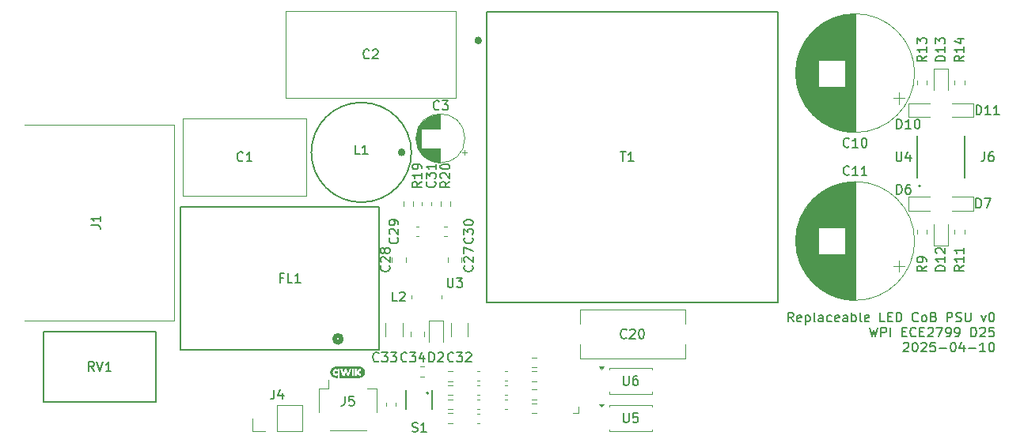
<source format=gbr>
%TF.GenerationSoftware,KiCad,Pcbnew,9.0.0-9.0.0-2~ubuntu24.04.1*%
%TF.CreationDate,2025-04-10T08:20:29-04:00*%
%TF.ProjectId,PSU,5053552e-6b69-4636-9164-5f7063625858,0*%
%TF.SameCoordinates,Original*%
%TF.FileFunction,Legend,Top*%
%TF.FilePolarity,Positive*%
%FSLAX46Y46*%
G04 Gerber Fmt 4.6, Leading zero omitted, Abs format (unit mm)*
G04 Created by KiCad (PCBNEW 9.0.0-9.0.0-2~ubuntu24.04.1) date 2025-04-10 08:20:29*
%MOMM*%
%LPD*%
G01*
G04 APERTURE LIST*
%ADD10C,0.150000*%
%ADD11C,0.120000*%
%ADD12C,0.200000*%
%ADD13C,0.400000*%
%ADD14C,0.127000*%
%ADD15C,0.000000*%
%ADD16C,0.152400*%
%ADD17C,0.508000*%
%ADD18C,0.100000*%
G04 APERTURE END LIST*
D10*
X177234645Y-117649931D02*
X176901312Y-117173740D01*
X176663217Y-117649931D02*
X176663217Y-116649931D01*
X176663217Y-116649931D02*
X177044169Y-116649931D01*
X177044169Y-116649931D02*
X177139407Y-116697550D01*
X177139407Y-116697550D02*
X177187026Y-116745169D01*
X177187026Y-116745169D02*
X177234645Y-116840407D01*
X177234645Y-116840407D02*
X177234645Y-116983264D01*
X177234645Y-116983264D02*
X177187026Y-117078502D01*
X177187026Y-117078502D02*
X177139407Y-117126121D01*
X177139407Y-117126121D02*
X177044169Y-117173740D01*
X177044169Y-117173740D02*
X176663217Y-117173740D01*
X178044169Y-117602312D02*
X177948931Y-117649931D01*
X177948931Y-117649931D02*
X177758455Y-117649931D01*
X177758455Y-117649931D02*
X177663217Y-117602312D01*
X177663217Y-117602312D02*
X177615598Y-117507073D01*
X177615598Y-117507073D02*
X177615598Y-117126121D01*
X177615598Y-117126121D02*
X177663217Y-117030883D01*
X177663217Y-117030883D02*
X177758455Y-116983264D01*
X177758455Y-116983264D02*
X177948931Y-116983264D01*
X177948931Y-116983264D02*
X178044169Y-117030883D01*
X178044169Y-117030883D02*
X178091788Y-117126121D01*
X178091788Y-117126121D02*
X178091788Y-117221359D01*
X178091788Y-117221359D02*
X177615598Y-117316597D01*
X178520360Y-116983264D02*
X178520360Y-117983264D01*
X178520360Y-117030883D02*
X178615598Y-116983264D01*
X178615598Y-116983264D02*
X178806074Y-116983264D01*
X178806074Y-116983264D02*
X178901312Y-117030883D01*
X178901312Y-117030883D02*
X178948931Y-117078502D01*
X178948931Y-117078502D02*
X178996550Y-117173740D01*
X178996550Y-117173740D02*
X178996550Y-117459454D01*
X178996550Y-117459454D02*
X178948931Y-117554692D01*
X178948931Y-117554692D02*
X178901312Y-117602312D01*
X178901312Y-117602312D02*
X178806074Y-117649931D01*
X178806074Y-117649931D02*
X178615598Y-117649931D01*
X178615598Y-117649931D02*
X178520360Y-117602312D01*
X179567979Y-117649931D02*
X179472741Y-117602312D01*
X179472741Y-117602312D02*
X179425122Y-117507073D01*
X179425122Y-117507073D02*
X179425122Y-116649931D01*
X180377503Y-117649931D02*
X180377503Y-117126121D01*
X180377503Y-117126121D02*
X180329884Y-117030883D01*
X180329884Y-117030883D02*
X180234646Y-116983264D01*
X180234646Y-116983264D02*
X180044170Y-116983264D01*
X180044170Y-116983264D02*
X179948932Y-117030883D01*
X180377503Y-117602312D02*
X180282265Y-117649931D01*
X180282265Y-117649931D02*
X180044170Y-117649931D01*
X180044170Y-117649931D02*
X179948932Y-117602312D01*
X179948932Y-117602312D02*
X179901313Y-117507073D01*
X179901313Y-117507073D02*
X179901313Y-117411835D01*
X179901313Y-117411835D02*
X179948932Y-117316597D01*
X179948932Y-117316597D02*
X180044170Y-117268978D01*
X180044170Y-117268978D02*
X180282265Y-117268978D01*
X180282265Y-117268978D02*
X180377503Y-117221359D01*
X181282265Y-117602312D02*
X181187027Y-117649931D01*
X181187027Y-117649931D02*
X180996551Y-117649931D01*
X180996551Y-117649931D02*
X180901313Y-117602312D01*
X180901313Y-117602312D02*
X180853694Y-117554692D01*
X180853694Y-117554692D02*
X180806075Y-117459454D01*
X180806075Y-117459454D02*
X180806075Y-117173740D01*
X180806075Y-117173740D02*
X180853694Y-117078502D01*
X180853694Y-117078502D02*
X180901313Y-117030883D01*
X180901313Y-117030883D02*
X180996551Y-116983264D01*
X180996551Y-116983264D02*
X181187027Y-116983264D01*
X181187027Y-116983264D02*
X181282265Y-117030883D01*
X182091789Y-117602312D02*
X181996551Y-117649931D01*
X181996551Y-117649931D02*
X181806075Y-117649931D01*
X181806075Y-117649931D02*
X181710837Y-117602312D01*
X181710837Y-117602312D02*
X181663218Y-117507073D01*
X181663218Y-117507073D02*
X181663218Y-117126121D01*
X181663218Y-117126121D02*
X181710837Y-117030883D01*
X181710837Y-117030883D02*
X181806075Y-116983264D01*
X181806075Y-116983264D02*
X181996551Y-116983264D01*
X181996551Y-116983264D02*
X182091789Y-117030883D01*
X182091789Y-117030883D02*
X182139408Y-117126121D01*
X182139408Y-117126121D02*
X182139408Y-117221359D01*
X182139408Y-117221359D02*
X181663218Y-117316597D01*
X182996551Y-117649931D02*
X182996551Y-117126121D01*
X182996551Y-117126121D02*
X182948932Y-117030883D01*
X182948932Y-117030883D02*
X182853694Y-116983264D01*
X182853694Y-116983264D02*
X182663218Y-116983264D01*
X182663218Y-116983264D02*
X182567980Y-117030883D01*
X182996551Y-117602312D02*
X182901313Y-117649931D01*
X182901313Y-117649931D02*
X182663218Y-117649931D01*
X182663218Y-117649931D02*
X182567980Y-117602312D01*
X182567980Y-117602312D02*
X182520361Y-117507073D01*
X182520361Y-117507073D02*
X182520361Y-117411835D01*
X182520361Y-117411835D02*
X182567980Y-117316597D01*
X182567980Y-117316597D02*
X182663218Y-117268978D01*
X182663218Y-117268978D02*
X182901313Y-117268978D01*
X182901313Y-117268978D02*
X182996551Y-117221359D01*
X183472742Y-117649931D02*
X183472742Y-116649931D01*
X183472742Y-117030883D02*
X183567980Y-116983264D01*
X183567980Y-116983264D02*
X183758456Y-116983264D01*
X183758456Y-116983264D02*
X183853694Y-117030883D01*
X183853694Y-117030883D02*
X183901313Y-117078502D01*
X183901313Y-117078502D02*
X183948932Y-117173740D01*
X183948932Y-117173740D02*
X183948932Y-117459454D01*
X183948932Y-117459454D02*
X183901313Y-117554692D01*
X183901313Y-117554692D02*
X183853694Y-117602312D01*
X183853694Y-117602312D02*
X183758456Y-117649931D01*
X183758456Y-117649931D02*
X183567980Y-117649931D01*
X183567980Y-117649931D02*
X183472742Y-117602312D01*
X184520361Y-117649931D02*
X184425123Y-117602312D01*
X184425123Y-117602312D02*
X184377504Y-117507073D01*
X184377504Y-117507073D02*
X184377504Y-116649931D01*
X185282266Y-117602312D02*
X185187028Y-117649931D01*
X185187028Y-117649931D02*
X184996552Y-117649931D01*
X184996552Y-117649931D02*
X184901314Y-117602312D01*
X184901314Y-117602312D02*
X184853695Y-117507073D01*
X184853695Y-117507073D02*
X184853695Y-117126121D01*
X184853695Y-117126121D02*
X184901314Y-117030883D01*
X184901314Y-117030883D02*
X184996552Y-116983264D01*
X184996552Y-116983264D02*
X185187028Y-116983264D01*
X185187028Y-116983264D02*
X185282266Y-117030883D01*
X185282266Y-117030883D02*
X185329885Y-117126121D01*
X185329885Y-117126121D02*
X185329885Y-117221359D01*
X185329885Y-117221359D02*
X184853695Y-117316597D01*
X186996552Y-117649931D02*
X186520362Y-117649931D01*
X186520362Y-117649931D02*
X186520362Y-116649931D01*
X187329886Y-117126121D02*
X187663219Y-117126121D01*
X187806076Y-117649931D02*
X187329886Y-117649931D01*
X187329886Y-117649931D02*
X187329886Y-116649931D01*
X187329886Y-116649931D02*
X187806076Y-116649931D01*
X188234648Y-117649931D02*
X188234648Y-116649931D01*
X188234648Y-116649931D02*
X188472743Y-116649931D01*
X188472743Y-116649931D02*
X188615600Y-116697550D01*
X188615600Y-116697550D02*
X188710838Y-116792788D01*
X188710838Y-116792788D02*
X188758457Y-116888026D01*
X188758457Y-116888026D02*
X188806076Y-117078502D01*
X188806076Y-117078502D02*
X188806076Y-117221359D01*
X188806076Y-117221359D02*
X188758457Y-117411835D01*
X188758457Y-117411835D02*
X188710838Y-117507073D01*
X188710838Y-117507073D02*
X188615600Y-117602312D01*
X188615600Y-117602312D02*
X188472743Y-117649931D01*
X188472743Y-117649931D02*
X188234648Y-117649931D01*
X190567981Y-117554692D02*
X190520362Y-117602312D01*
X190520362Y-117602312D02*
X190377505Y-117649931D01*
X190377505Y-117649931D02*
X190282267Y-117649931D01*
X190282267Y-117649931D02*
X190139410Y-117602312D01*
X190139410Y-117602312D02*
X190044172Y-117507073D01*
X190044172Y-117507073D02*
X189996553Y-117411835D01*
X189996553Y-117411835D02*
X189948934Y-117221359D01*
X189948934Y-117221359D02*
X189948934Y-117078502D01*
X189948934Y-117078502D02*
X189996553Y-116888026D01*
X189996553Y-116888026D02*
X190044172Y-116792788D01*
X190044172Y-116792788D02*
X190139410Y-116697550D01*
X190139410Y-116697550D02*
X190282267Y-116649931D01*
X190282267Y-116649931D02*
X190377505Y-116649931D01*
X190377505Y-116649931D02*
X190520362Y-116697550D01*
X190520362Y-116697550D02*
X190567981Y-116745169D01*
X191139410Y-117649931D02*
X191044172Y-117602312D01*
X191044172Y-117602312D02*
X190996553Y-117554692D01*
X190996553Y-117554692D02*
X190948934Y-117459454D01*
X190948934Y-117459454D02*
X190948934Y-117173740D01*
X190948934Y-117173740D02*
X190996553Y-117078502D01*
X190996553Y-117078502D02*
X191044172Y-117030883D01*
X191044172Y-117030883D02*
X191139410Y-116983264D01*
X191139410Y-116983264D02*
X191282267Y-116983264D01*
X191282267Y-116983264D02*
X191377505Y-117030883D01*
X191377505Y-117030883D02*
X191425124Y-117078502D01*
X191425124Y-117078502D02*
X191472743Y-117173740D01*
X191472743Y-117173740D02*
X191472743Y-117459454D01*
X191472743Y-117459454D02*
X191425124Y-117554692D01*
X191425124Y-117554692D02*
X191377505Y-117602312D01*
X191377505Y-117602312D02*
X191282267Y-117649931D01*
X191282267Y-117649931D02*
X191139410Y-117649931D01*
X192234648Y-117126121D02*
X192377505Y-117173740D01*
X192377505Y-117173740D02*
X192425124Y-117221359D01*
X192425124Y-117221359D02*
X192472743Y-117316597D01*
X192472743Y-117316597D02*
X192472743Y-117459454D01*
X192472743Y-117459454D02*
X192425124Y-117554692D01*
X192425124Y-117554692D02*
X192377505Y-117602312D01*
X192377505Y-117602312D02*
X192282267Y-117649931D01*
X192282267Y-117649931D02*
X191901315Y-117649931D01*
X191901315Y-117649931D02*
X191901315Y-116649931D01*
X191901315Y-116649931D02*
X192234648Y-116649931D01*
X192234648Y-116649931D02*
X192329886Y-116697550D01*
X192329886Y-116697550D02*
X192377505Y-116745169D01*
X192377505Y-116745169D02*
X192425124Y-116840407D01*
X192425124Y-116840407D02*
X192425124Y-116935645D01*
X192425124Y-116935645D02*
X192377505Y-117030883D01*
X192377505Y-117030883D02*
X192329886Y-117078502D01*
X192329886Y-117078502D02*
X192234648Y-117126121D01*
X192234648Y-117126121D02*
X191901315Y-117126121D01*
X193663220Y-117649931D02*
X193663220Y-116649931D01*
X193663220Y-116649931D02*
X194044172Y-116649931D01*
X194044172Y-116649931D02*
X194139410Y-116697550D01*
X194139410Y-116697550D02*
X194187029Y-116745169D01*
X194187029Y-116745169D02*
X194234648Y-116840407D01*
X194234648Y-116840407D02*
X194234648Y-116983264D01*
X194234648Y-116983264D02*
X194187029Y-117078502D01*
X194187029Y-117078502D02*
X194139410Y-117126121D01*
X194139410Y-117126121D02*
X194044172Y-117173740D01*
X194044172Y-117173740D02*
X193663220Y-117173740D01*
X194615601Y-117602312D02*
X194758458Y-117649931D01*
X194758458Y-117649931D02*
X194996553Y-117649931D01*
X194996553Y-117649931D02*
X195091791Y-117602312D01*
X195091791Y-117602312D02*
X195139410Y-117554692D01*
X195139410Y-117554692D02*
X195187029Y-117459454D01*
X195187029Y-117459454D02*
X195187029Y-117364216D01*
X195187029Y-117364216D02*
X195139410Y-117268978D01*
X195139410Y-117268978D02*
X195091791Y-117221359D01*
X195091791Y-117221359D02*
X194996553Y-117173740D01*
X194996553Y-117173740D02*
X194806077Y-117126121D01*
X194806077Y-117126121D02*
X194710839Y-117078502D01*
X194710839Y-117078502D02*
X194663220Y-117030883D01*
X194663220Y-117030883D02*
X194615601Y-116935645D01*
X194615601Y-116935645D02*
X194615601Y-116840407D01*
X194615601Y-116840407D02*
X194663220Y-116745169D01*
X194663220Y-116745169D02*
X194710839Y-116697550D01*
X194710839Y-116697550D02*
X194806077Y-116649931D01*
X194806077Y-116649931D02*
X195044172Y-116649931D01*
X195044172Y-116649931D02*
X195187029Y-116697550D01*
X195615601Y-116649931D02*
X195615601Y-117459454D01*
X195615601Y-117459454D02*
X195663220Y-117554692D01*
X195663220Y-117554692D02*
X195710839Y-117602312D01*
X195710839Y-117602312D02*
X195806077Y-117649931D01*
X195806077Y-117649931D02*
X195996553Y-117649931D01*
X195996553Y-117649931D02*
X196091791Y-117602312D01*
X196091791Y-117602312D02*
X196139410Y-117554692D01*
X196139410Y-117554692D02*
X196187029Y-117459454D01*
X196187029Y-117459454D02*
X196187029Y-116649931D01*
X197329887Y-116983264D02*
X197567982Y-117649931D01*
X197567982Y-117649931D02*
X197806077Y-116983264D01*
X198377506Y-116649931D02*
X198472744Y-116649931D01*
X198472744Y-116649931D02*
X198567982Y-116697550D01*
X198567982Y-116697550D02*
X198615601Y-116745169D01*
X198615601Y-116745169D02*
X198663220Y-116840407D01*
X198663220Y-116840407D02*
X198710839Y-117030883D01*
X198710839Y-117030883D02*
X198710839Y-117268978D01*
X198710839Y-117268978D02*
X198663220Y-117459454D01*
X198663220Y-117459454D02*
X198615601Y-117554692D01*
X198615601Y-117554692D02*
X198567982Y-117602312D01*
X198567982Y-117602312D02*
X198472744Y-117649931D01*
X198472744Y-117649931D02*
X198377506Y-117649931D01*
X198377506Y-117649931D02*
X198282268Y-117602312D01*
X198282268Y-117602312D02*
X198234649Y-117554692D01*
X198234649Y-117554692D02*
X198187030Y-117459454D01*
X198187030Y-117459454D02*
X198139411Y-117268978D01*
X198139411Y-117268978D02*
X198139411Y-117030883D01*
X198139411Y-117030883D02*
X198187030Y-116840407D01*
X198187030Y-116840407D02*
X198234649Y-116745169D01*
X198234649Y-116745169D02*
X198282268Y-116697550D01*
X198282268Y-116697550D02*
X198377506Y-116649931D01*
X185377506Y-118259875D02*
X185615601Y-119259875D01*
X185615601Y-119259875D02*
X185806077Y-118545589D01*
X185806077Y-118545589D02*
X185996553Y-119259875D01*
X185996553Y-119259875D02*
X186234649Y-118259875D01*
X186615601Y-119259875D02*
X186615601Y-118259875D01*
X186615601Y-118259875D02*
X186996553Y-118259875D01*
X186996553Y-118259875D02*
X187091791Y-118307494D01*
X187091791Y-118307494D02*
X187139410Y-118355113D01*
X187139410Y-118355113D02*
X187187029Y-118450351D01*
X187187029Y-118450351D02*
X187187029Y-118593208D01*
X187187029Y-118593208D02*
X187139410Y-118688446D01*
X187139410Y-118688446D02*
X187091791Y-118736065D01*
X187091791Y-118736065D02*
X186996553Y-118783684D01*
X186996553Y-118783684D02*
X186615601Y-118783684D01*
X187615601Y-119259875D02*
X187615601Y-118259875D01*
X188853696Y-118736065D02*
X189187029Y-118736065D01*
X189329886Y-119259875D02*
X188853696Y-119259875D01*
X188853696Y-119259875D02*
X188853696Y-118259875D01*
X188853696Y-118259875D02*
X189329886Y-118259875D01*
X190329886Y-119164636D02*
X190282267Y-119212256D01*
X190282267Y-119212256D02*
X190139410Y-119259875D01*
X190139410Y-119259875D02*
X190044172Y-119259875D01*
X190044172Y-119259875D02*
X189901315Y-119212256D01*
X189901315Y-119212256D02*
X189806077Y-119117017D01*
X189806077Y-119117017D02*
X189758458Y-119021779D01*
X189758458Y-119021779D02*
X189710839Y-118831303D01*
X189710839Y-118831303D02*
X189710839Y-118688446D01*
X189710839Y-118688446D02*
X189758458Y-118497970D01*
X189758458Y-118497970D02*
X189806077Y-118402732D01*
X189806077Y-118402732D02*
X189901315Y-118307494D01*
X189901315Y-118307494D02*
X190044172Y-118259875D01*
X190044172Y-118259875D02*
X190139410Y-118259875D01*
X190139410Y-118259875D02*
X190282267Y-118307494D01*
X190282267Y-118307494D02*
X190329886Y-118355113D01*
X190758458Y-118736065D02*
X191091791Y-118736065D01*
X191234648Y-119259875D02*
X190758458Y-119259875D01*
X190758458Y-119259875D02*
X190758458Y-118259875D01*
X190758458Y-118259875D02*
X191234648Y-118259875D01*
X191615601Y-118355113D02*
X191663220Y-118307494D01*
X191663220Y-118307494D02*
X191758458Y-118259875D01*
X191758458Y-118259875D02*
X191996553Y-118259875D01*
X191996553Y-118259875D02*
X192091791Y-118307494D01*
X192091791Y-118307494D02*
X192139410Y-118355113D01*
X192139410Y-118355113D02*
X192187029Y-118450351D01*
X192187029Y-118450351D02*
X192187029Y-118545589D01*
X192187029Y-118545589D02*
X192139410Y-118688446D01*
X192139410Y-118688446D02*
X191567982Y-119259875D01*
X191567982Y-119259875D02*
X192187029Y-119259875D01*
X192520363Y-118259875D02*
X193187029Y-118259875D01*
X193187029Y-118259875D02*
X192758458Y-119259875D01*
X193615601Y-119259875D02*
X193806077Y-119259875D01*
X193806077Y-119259875D02*
X193901315Y-119212256D01*
X193901315Y-119212256D02*
X193948934Y-119164636D01*
X193948934Y-119164636D02*
X194044172Y-119021779D01*
X194044172Y-119021779D02*
X194091791Y-118831303D01*
X194091791Y-118831303D02*
X194091791Y-118450351D01*
X194091791Y-118450351D02*
X194044172Y-118355113D01*
X194044172Y-118355113D02*
X193996553Y-118307494D01*
X193996553Y-118307494D02*
X193901315Y-118259875D01*
X193901315Y-118259875D02*
X193710839Y-118259875D01*
X193710839Y-118259875D02*
X193615601Y-118307494D01*
X193615601Y-118307494D02*
X193567982Y-118355113D01*
X193567982Y-118355113D02*
X193520363Y-118450351D01*
X193520363Y-118450351D02*
X193520363Y-118688446D01*
X193520363Y-118688446D02*
X193567982Y-118783684D01*
X193567982Y-118783684D02*
X193615601Y-118831303D01*
X193615601Y-118831303D02*
X193710839Y-118878922D01*
X193710839Y-118878922D02*
X193901315Y-118878922D01*
X193901315Y-118878922D02*
X193996553Y-118831303D01*
X193996553Y-118831303D02*
X194044172Y-118783684D01*
X194044172Y-118783684D02*
X194091791Y-118688446D01*
X194567982Y-119259875D02*
X194758458Y-119259875D01*
X194758458Y-119259875D02*
X194853696Y-119212256D01*
X194853696Y-119212256D02*
X194901315Y-119164636D01*
X194901315Y-119164636D02*
X194996553Y-119021779D01*
X194996553Y-119021779D02*
X195044172Y-118831303D01*
X195044172Y-118831303D02*
X195044172Y-118450351D01*
X195044172Y-118450351D02*
X194996553Y-118355113D01*
X194996553Y-118355113D02*
X194948934Y-118307494D01*
X194948934Y-118307494D02*
X194853696Y-118259875D01*
X194853696Y-118259875D02*
X194663220Y-118259875D01*
X194663220Y-118259875D02*
X194567982Y-118307494D01*
X194567982Y-118307494D02*
X194520363Y-118355113D01*
X194520363Y-118355113D02*
X194472744Y-118450351D01*
X194472744Y-118450351D02*
X194472744Y-118688446D01*
X194472744Y-118688446D02*
X194520363Y-118783684D01*
X194520363Y-118783684D02*
X194567982Y-118831303D01*
X194567982Y-118831303D02*
X194663220Y-118878922D01*
X194663220Y-118878922D02*
X194853696Y-118878922D01*
X194853696Y-118878922D02*
X194948934Y-118831303D01*
X194948934Y-118831303D02*
X194996553Y-118783684D01*
X194996553Y-118783684D02*
X195044172Y-118688446D01*
X196234649Y-119259875D02*
X196234649Y-118259875D01*
X196234649Y-118259875D02*
X196472744Y-118259875D01*
X196472744Y-118259875D02*
X196615601Y-118307494D01*
X196615601Y-118307494D02*
X196710839Y-118402732D01*
X196710839Y-118402732D02*
X196758458Y-118497970D01*
X196758458Y-118497970D02*
X196806077Y-118688446D01*
X196806077Y-118688446D02*
X196806077Y-118831303D01*
X196806077Y-118831303D02*
X196758458Y-119021779D01*
X196758458Y-119021779D02*
X196710839Y-119117017D01*
X196710839Y-119117017D02*
X196615601Y-119212256D01*
X196615601Y-119212256D02*
X196472744Y-119259875D01*
X196472744Y-119259875D02*
X196234649Y-119259875D01*
X197187030Y-118355113D02*
X197234649Y-118307494D01*
X197234649Y-118307494D02*
X197329887Y-118259875D01*
X197329887Y-118259875D02*
X197567982Y-118259875D01*
X197567982Y-118259875D02*
X197663220Y-118307494D01*
X197663220Y-118307494D02*
X197710839Y-118355113D01*
X197710839Y-118355113D02*
X197758458Y-118450351D01*
X197758458Y-118450351D02*
X197758458Y-118545589D01*
X197758458Y-118545589D02*
X197710839Y-118688446D01*
X197710839Y-118688446D02*
X197139411Y-119259875D01*
X197139411Y-119259875D02*
X197758458Y-119259875D01*
X198663220Y-118259875D02*
X198187030Y-118259875D01*
X198187030Y-118259875D02*
X198139411Y-118736065D01*
X198139411Y-118736065D02*
X198187030Y-118688446D01*
X198187030Y-118688446D02*
X198282268Y-118640827D01*
X198282268Y-118640827D02*
X198520363Y-118640827D01*
X198520363Y-118640827D02*
X198615601Y-118688446D01*
X198615601Y-118688446D02*
X198663220Y-118736065D01*
X198663220Y-118736065D02*
X198710839Y-118831303D01*
X198710839Y-118831303D02*
X198710839Y-119069398D01*
X198710839Y-119069398D02*
X198663220Y-119164636D01*
X198663220Y-119164636D02*
X198615601Y-119212256D01*
X198615601Y-119212256D02*
X198520363Y-119259875D01*
X198520363Y-119259875D02*
X198282268Y-119259875D01*
X198282268Y-119259875D02*
X198187030Y-119212256D01*
X198187030Y-119212256D02*
X198139411Y-119164636D01*
X188996554Y-119965057D02*
X189044173Y-119917438D01*
X189044173Y-119917438D02*
X189139411Y-119869819D01*
X189139411Y-119869819D02*
X189377506Y-119869819D01*
X189377506Y-119869819D02*
X189472744Y-119917438D01*
X189472744Y-119917438D02*
X189520363Y-119965057D01*
X189520363Y-119965057D02*
X189567982Y-120060295D01*
X189567982Y-120060295D02*
X189567982Y-120155533D01*
X189567982Y-120155533D02*
X189520363Y-120298390D01*
X189520363Y-120298390D02*
X188948935Y-120869819D01*
X188948935Y-120869819D02*
X189567982Y-120869819D01*
X190187030Y-119869819D02*
X190282268Y-119869819D01*
X190282268Y-119869819D02*
X190377506Y-119917438D01*
X190377506Y-119917438D02*
X190425125Y-119965057D01*
X190425125Y-119965057D02*
X190472744Y-120060295D01*
X190472744Y-120060295D02*
X190520363Y-120250771D01*
X190520363Y-120250771D02*
X190520363Y-120488866D01*
X190520363Y-120488866D02*
X190472744Y-120679342D01*
X190472744Y-120679342D02*
X190425125Y-120774580D01*
X190425125Y-120774580D02*
X190377506Y-120822200D01*
X190377506Y-120822200D02*
X190282268Y-120869819D01*
X190282268Y-120869819D02*
X190187030Y-120869819D01*
X190187030Y-120869819D02*
X190091792Y-120822200D01*
X190091792Y-120822200D02*
X190044173Y-120774580D01*
X190044173Y-120774580D02*
X189996554Y-120679342D01*
X189996554Y-120679342D02*
X189948935Y-120488866D01*
X189948935Y-120488866D02*
X189948935Y-120250771D01*
X189948935Y-120250771D02*
X189996554Y-120060295D01*
X189996554Y-120060295D02*
X190044173Y-119965057D01*
X190044173Y-119965057D02*
X190091792Y-119917438D01*
X190091792Y-119917438D02*
X190187030Y-119869819D01*
X190901316Y-119965057D02*
X190948935Y-119917438D01*
X190948935Y-119917438D02*
X191044173Y-119869819D01*
X191044173Y-119869819D02*
X191282268Y-119869819D01*
X191282268Y-119869819D02*
X191377506Y-119917438D01*
X191377506Y-119917438D02*
X191425125Y-119965057D01*
X191425125Y-119965057D02*
X191472744Y-120060295D01*
X191472744Y-120060295D02*
X191472744Y-120155533D01*
X191472744Y-120155533D02*
X191425125Y-120298390D01*
X191425125Y-120298390D02*
X190853697Y-120869819D01*
X190853697Y-120869819D02*
X191472744Y-120869819D01*
X192377506Y-119869819D02*
X191901316Y-119869819D01*
X191901316Y-119869819D02*
X191853697Y-120346009D01*
X191853697Y-120346009D02*
X191901316Y-120298390D01*
X191901316Y-120298390D02*
X191996554Y-120250771D01*
X191996554Y-120250771D02*
X192234649Y-120250771D01*
X192234649Y-120250771D02*
X192329887Y-120298390D01*
X192329887Y-120298390D02*
X192377506Y-120346009D01*
X192377506Y-120346009D02*
X192425125Y-120441247D01*
X192425125Y-120441247D02*
X192425125Y-120679342D01*
X192425125Y-120679342D02*
X192377506Y-120774580D01*
X192377506Y-120774580D02*
X192329887Y-120822200D01*
X192329887Y-120822200D02*
X192234649Y-120869819D01*
X192234649Y-120869819D02*
X191996554Y-120869819D01*
X191996554Y-120869819D02*
X191901316Y-120822200D01*
X191901316Y-120822200D02*
X191853697Y-120774580D01*
X192853697Y-120488866D02*
X193615602Y-120488866D01*
X194282268Y-119869819D02*
X194377506Y-119869819D01*
X194377506Y-119869819D02*
X194472744Y-119917438D01*
X194472744Y-119917438D02*
X194520363Y-119965057D01*
X194520363Y-119965057D02*
X194567982Y-120060295D01*
X194567982Y-120060295D02*
X194615601Y-120250771D01*
X194615601Y-120250771D02*
X194615601Y-120488866D01*
X194615601Y-120488866D02*
X194567982Y-120679342D01*
X194567982Y-120679342D02*
X194520363Y-120774580D01*
X194520363Y-120774580D02*
X194472744Y-120822200D01*
X194472744Y-120822200D02*
X194377506Y-120869819D01*
X194377506Y-120869819D02*
X194282268Y-120869819D01*
X194282268Y-120869819D02*
X194187030Y-120822200D01*
X194187030Y-120822200D02*
X194139411Y-120774580D01*
X194139411Y-120774580D02*
X194091792Y-120679342D01*
X194091792Y-120679342D02*
X194044173Y-120488866D01*
X194044173Y-120488866D02*
X194044173Y-120250771D01*
X194044173Y-120250771D02*
X194091792Y-120060295D01*
X194091792Y-120060295D02*
X194139411Y-119965057D01*
X194139411Y-119965057D02*
X194187030Y-119917438D01*
X194187030Y-119917438D02*
X194282268Y-119869819D01*
X195472744Y-120203152D02*
X195472744Y-120869819D01*
X195234649Y-119822200D02*
X194996554Y-120536485D01*
X194996554Y-120536485D02*
X195615601Y-120536485D01*
X195996554Y-120488866D02*
X196758459Y-120488866D01*
X197758458Y-120869819D02*
X197187030Y-120869819D01*
X197472744Y-120869819D02*
X197472744Y-119869819D01*
X197472744Y-119869819D02*
X197377506Y-120012676D01*
X197377506Y-120012676D02*
X197282268Y-120107914D01*
X197282268Y-120107914D02*
X197187030Y-120155533D01*
X198377506Y-119869819D02*
X198472744Y-119869819D01*
X198472744Y-119869819D02*
X198567982Y-119917438D01*
X198567982Y-119917438D02*
X198615601Y-119965057D01*
X198615601Y-119965057D02*
X198663220Y-120060295D01*
X198663220Y-120060295D02*
X198710839Y-120250771D01*
X198710839Y-120250771D02*
X198710839Y-120488866D01*
X198710839Y-120488866D02*
X198663220Y-120679342D01*
X198663220Y-120679342D02*
X198615601Y-120774580D01*
X198615601Y-120774580D02*
X198567982Y-120822200D01*
X198567982Y-120822200D02*
X198472744Y-120869819D01*
X198472744Y-120869819D02*
X198377506Y-120869819D01*
X198377506Y-120869819D02*
X198282268Y-120822200D01*
X198282268Y-120822200D02*
X198234649Y-120774580D01*
X198234649Y-120774580D02*
X198187030Y-120679342D01*
X198187030Y-120679342D02*
X198139411Y-120488866D01*
X198139411Y-120488866D02*
X198139411Y-120250771D01*
X198139411Y-120250771D02*
X198187030Y-120060295D01*
X198187030Y-120060295D02*
X198234649Y-119965057D01*
X198234649Y-119965057D02*
X198282268Y-119917438D01*
X198282268Y-119917438D02*
X198377506Y-119869819D01*
X183181101Y-98859580D02*
X183133482Y-98907200D01*
X183133482Y-98907200D02*
X182990625Y-98954819D01*
X182990625Y-98954819D02*
X182895387Y-98954819D01*
X182895387Y-98954819D02*
X182752530Y-98907200D01*
X182752530Y-98907200D02*
X182657292Y-98811961D01*
X182657292Y-98811961D02*
X182609673Y-98716723D01*
X182609673Y-98716723D02*
X182562054Y-98526247D01*
X182562054Y-98526247D02*
X182562054Y-98383390D01*
X182562054Y-98383390D02*
X182609673Y-98192914D01*
X182609673Y-98192914D02*
X182657292Y-98097676D01*
X182657292Y-98097676D02*
X182752530Y-98002438D01*
X182752530Y-98002438D02*
X182895387Y-97954819D01*
X182895387Y-97954819D02*
X182990625Y-97954819D01*
X182990625Y-97954819D02*
X183133482Y-98002438D01*
X183133482Y-98002438D02*
X183181101Y-98050057D01*
X184133482Y-98954819D02*
X183562054Y-98954819D01*
X183847768Y-98954819D02*
X183847768Y-97954819D01*
X183847768Y-97954819D02*
X183752530Y-98097676D01*
X183752530Y-98097676D02*
X183657292Y-98192914D01*
X183657292Y-98192914D02*
X183562054Y-98240533D01*
X184752530Y-97954819D02*
X184847768Y-97954819D01*
X184847768Y-97954819D02*
X184943006Y-98002438D01*
X184943006Y-98002438D02*
X184990625Y-98050057D01*
X184990625Y-98050057D02*
X185038244Y-98145295D01*
X185038244Y-98145295D02*
X185085863Y-98335771D01*
X185085863Y-98335771D02*
X185085863Y-98573866D01*
X185085863Y-98573866D02*
X185038244Y-98764342D01*
X185038244Y-98764342D02*
X184990625Y-98859580D01*
X184990625Y-98859580D02*
X184943006Y-98907200D01*
X184943006Y-98907200D02*
X184847768Y-98954819D01*
X184847768Y-98954819D02*
X184752530Y-98954819D01*
X184752530Y-98954819D02*
X184657292Y-98907200D01*
X184657292Y-98907200D02*
X184609673Y-98859580D01*
X184609673Y-98859580D02*
X184562054Y-98764342D01*
X184562054Y-98764342D02*
X184514435Y-98573866D01*
X184514435Y-98573866D02*
X184514435Y-98335771D01*
X184514435Y-98335771D02*
X184562054Y-98145295D01*
X184562054Y-98145295D02*
X184609673Y-98050057D01*
X184609673Y-98050057D02*
X184657292Y-98002438D01*
X184657292Y-98002438D02*
X184752530Y-97954819D01*
X158713095Y-99454819D02*
X159284523Y-99454819D01*
X158998809Y-100454819D02*
X158998809Y-99454819D01*
X160141666Y-100454819D02*
X159570238Y-100454819D01*
X159855952Y-100454819D02*
X159855952Y-99454819D01*
X159855952Y-99454819D02*
X159760714Y-99597676D01*
X159760714Y-99597676D02*
X159665476Y-99692914D01*
X159665476Y-99692914D02*
X159570238Y-99740533D01*
X191454819Y-111666666D02*
X190978628Y-111999999D01*
X191454819Y-112238094D02*
X190454819Y-112238094D01*
X190454819Y-112238094D02*
X190454819Y-111857142D01*
X190454819Y-111857142D02*
X190502438Y-111761904D01*
X190502438Y-111761904D02*
X190550057Y-111714285D01*
X190550057Y-111714285D02*
X190645295Y-111666666D01*
X190645295Y-111666666D02*
X190788152Y-111666666D01*
X190788152Y-111666666D02*
X190883390Y-111714285D01*
X190883390Y-111714285D02*
X190931009Y-111761904D01*
X190931009Y-111761904D02*
X190978628Y-111857142D01*
X190978628Y-111857142D02*
X190978628Y-112238094D01*
X191454819Y-111190475D02*
X191454819Y-110999999D01*
X191454819Y-110999999D02*
X191407200Y-110904761D01*
X191407200Y-110904761D02*
X191359580Y-110857142D01*
X191359580Y-110857142D02*
X191216723Y-110761904D01*
X191216723Y-110761904D02*
X191026247Y-110714285D01*
X191026247Y-110714285D02*
X190645295Y-110714285D01*
X190645295Y-110714285D02*
X190550057Y-110761904D01*
X190550057Y-110761904D02*
X190502438Y-110809523D01*
X190502438Y-110809523D02*
X190454819Y-110904761D01*
X190454819Y-110904761D02*
X190454819Y-111095237D01*
X190454819Y-111095237D02*
X190502438Y-111190475D01*
X190502438Y-111190475D02*
X190550057Y-111238094D01*
X190550057Y-111238094D02*
X190645295Y-111285713D01*
X190645295Y-111285713D02*
X190883390Y-111285713D01*
X190883390Y-111285713D02*
X190978628Y-111238094D01*
X190978628Y-111238094D02*
X191026247Y-111190475D01*
X191026247Y-111190475D02*
X191073866Y-111095237D01*
X191073866Y-111095237D02*
X191073866Y-110904761D01*
X191073866Y-110904761D02*
X191026247Y-110809523D01*
X191026247Y-110809523D02*
X190978628Y-110761904D01*
X190978628Y-110761904D02*
X190883390Y-110714285D01*
X130833333Y-99704819D02*
X130357143Y-99704819D01*
X130357143Y-99704819D02*
X130357143Y-98704819D01*
X131690476Y-99704819D02*
X131119048Y-99704819D01*
X131404762Y-99704819D02*
X131404762Y-98704819D01*
X131404762Y-98704819D02*
X131309524Y-98847676D01*
X131309524Y-98847676D02*
X131214286Y-98942914D01*
X131214286Y-98942914D02*
X131119048Y-98990533D01*
X196785714Y-95454819D02*
X196785714Y-94454819D01*
X196785714Y-94454819D02*
X197023809Y-94454819D01*
X197023809Y-94454819D02*
X197166666Y-94502438D01*
X197166666Y-94502438D02*
X197261904Y-94597676D01*
X197261904Y-94597676D02*
X197309523Y-94692914D01*
X197309523Y-94692914D02*
X197357142Y-94883390D01*
X197357142Y-94883390D02*
X197357142Y-95026247D01*
X197357142Y-95026247D02*
X197309523Y-95216723D01*
X197309523Y-95216723D02*
X197261904Y-95311961D01*
X197261904Y-95311961D02*
X197166666Y-95407200D01*
X197166666Y-95407200D02*
X197023809Y-95454819D01*
X197023809Y-95454819D02*
X196785714Y-95454819D01*
X198309523Y-95454819D02*
X197738095Y-95454819D01*
X198023809Y-95454819D02*
X198023809Y-94454819D01*
X198023809Y-94454819D02*
X197928571Y-94597676D01*
X197928571Y-94597676D02*
X197833333Y-94692914D01*
X197833333Y-94692914D02*
X197738095Y-94740533D01*
X199261904Y-95454819D02*
X198690476Y-95454819D01*
X198976190Y-95454819D02*
X198976190Y-94454819D01*
X198976190Y-94454819D02*
X198880952Y-94597676D01*
X198880952Y-94597676D02*
X198785714Y-94692914D01*
X198785714Y-94692914D02*
X198690476Y-94740533D01*
X133959580Y-111642857D02*
X134007200Y-111690476D01*
X134007200Y-111690476D02*
X134054819Y-111833333D01*
X134054819Y-111833333D02*
X134054819Y-111928571D01*
X134054819Y-111928571D02*
X134007200Y-112071428D01*
X134007200Y-112071428D02*
X133911961Y-112166666D01*
X133911961Y-112166666D02*
X133816723Y-112214285D01*
X133816723Y-112214285D02*
X133626247Y-112261904D01*
X133626247Y-112261904D02*
X133483390Y-112261904D01*
X133483390Y-112261904D02*
X133292914Y-112214285D01*
X133292914Y-112214285D02*
X133197676Y-112166666D01*
X133197676Y-112166666D02*
X133102438Y-112071428D01*
X133102438Y-112071428D02*
X133054819Y-111928571D01*
X133054819Y-111928571D02*
X133054819Y-111833333D01*
X133054819Y-111833333D02*
X133102438Y-111690476D01*
X133102438Y-111690476D02*
X133150057Y-111642857D01*
X133150057Y-111261904D02*
X133102438Y-111214285D01*
X133102438Y-111214285D02*
X133054819Y-111119047D01*
X133054819Y-111119047D02*
X133054819Y-110880952D01*
X133054819Y-110880952D02*
X133102438Y-110785714D01*
X133102438Y-110785714D02*
X133150057Y-110738095D01*
X133150057Y-110738095D02*
X133245295Y-110690476D01*
X133245295Y-110690476D02*
X133340533Y-110690476D01*
X133340533Y-110690476D02*
X133483390Y-110738095D01*
X133483390Y-110738095D02*
X134054819Y-111309523D01*
X134054819Y-111309523D02*
X134054819Y-110690476D01*
X133483390Y-110119047D02*
X133435771Y-110214285D01*
X133435771Y-110214285D02*
X133388152Y-110261904D01*
X133388152Y-110261904D02*
X133292914Y-110309523D01*
X133292914Y-110309523D02*
X133245295Y-110309523D01*
X133245295Y-110309523D02*
X133150057Y-110261904D01*
X133150057Y-110261904D02*
X133102438Y-110214285D01*
X133102438Y-110214285D02*
X133054819Y-110119047D01*
X133054819Y-110119047D02*
X133054819Y-109928571D01*
X133054819Y-109928571D02*
X133102438Y-109833333D01*
X133102438Y-109833333D02*
X133150057Y-109785714D01*
X133150057Y-109785714D02*
X133245295Y-109738095D01*
X133245295Y-109738095D02*
X133292914Y-109738095D01*
X133292914Y-109738095D02*
X133388152Y-109785714D01*
X133388152Y-109785714D02*
X133435771Y-109833333D01*
X133435771Y-109833333D02*
X133483390Y-109928571D01*
X133483390Y-109928571D02*
X133483390Y-110119047D01*
X133483390Y-110119047D02*
X133531009Y-110214285D01*
X133531009Y-110214285D02*
X133578628Y-110261904D01*
X133578628Y-110261904D02*
X133673866Y-110309523D01*
X133673866Y-110309523D02*
X133864342Y-110309523D01*
X133864342Y-110309523D02*
X133959580Y-110261904D01*
X133959580Y-110261904D02*
X134007200Y-110214285D01*
X134007200Y-110214285D02*
X134054819Y-110119047D01*
X134054819Y-110119047D02*
X134054819Y-109928571D01*
X134054819Y-109928571D02*
X134007200Y-109833333D01*
X134007200Y-109833333D02*
X133959580Y-109785714D01*
X133959580Y-109785714D02*
X133864342Y-109738095D01*
X133864342Y-109738095D02*
X133673866Y-109738095D01*
X133673866Y-109738095D02*
X133578628Y-109785714D01*
X133578628Y-109785714D02*
X133531009Y-109833333D01*
X133531009Y-109833333D02*
X133483390Y-109928571D01*
X136438095Y-129407200D02*
X136580952Y-129454819D01*
X136580952Y-129454819D02*
X136819047Y-129454819D01*
X136819047Y-129454819D02*
X136914285Y-129407200D01*
X136914285Y-129407200D02*
X136961904Y-129359580D01*
X136961904Y-129359580D02*
X137009523Y-129264342D01*
X137009523Y-129264342D02*
X137009523Y-129169104D01*
X137009523Y-129169104D02*
X136961904Y-129073866D01*
X136961904Y-129073866D02*
X136914285Y-129026247D01*
X136914285Y-129026247D02*
X136819047Y-128978628D01*
X136819047Y-128978628D02*
X136628571Y-128931009D01*
X136628571Y-128931009D02*
X136533333Y-128883390D01*
X136533333Y-128883390D02*
X136485714Y-128835771D01*
X136485714Y-128835771D02*
X136438095Y-128740533D01*
X136438095Y-128740533D02*
X136438095Y-128645295D01*
X136438095Y-128645295D02*
X136485714Y-128550057D01*
X136485714Y-128550057D02*
X136533333Y-128502438D01*
X136533333Y-128502438D02*
X136628571Y-128454819D01*
X136628571Y-128454819D02*
X136866666Y-128454819D01*
X136866666Y-128454819D02*
X137009523Y-128502438D01*
X137961904Y-129454819D02*
X137390476Y-129454819D01*
X137676190Y-129454819D02*
X137676190Y-128454819D01*
X137676190Y-128454819D02*
X137580952Y-128597676D01*
X137580952Y-128597676D02*
X137485714Y-128692914D01*
X137485714Y-128692914D02*
X137390476Y-128740533D01*
X188261905Y-103954819D02*
X188261905Y-102954819D01*
X188261905Y-102954819D02*
X188500000Y-102954819D01*
X188500000Y-102954819D02*
X188642857Y-103002438D01*
X188642857Y-103002438D02*
X188738095Y-103097676D01*
X188738095Y-103097676D02*
X188785714Y-103192914D01*
X188785714Y-103192914D02*
X188833333Y-103383390D01*
X188833333Y-103383390D02*
X188833333Y-103526247D01*
X188833333Y-103526247D02*
X188785714Y-103716723D01*
X188785714Y-103716723D02*
X188738095Y-103811961D01*
X188738095Y-103811961D02*
X188642857Y-103907200D01*
X188642857Y-103907200D02*
X188500000Y-103954819D01*
X188500000Y-103954819D02*
X188261905Y-103954819D01*
X189690476Y-102954819D02*
X189500000Y-102954819D01*
X189500000Y-102954819D02*
X189404762Y-103002438D01*
X189404762Y-103002438D02*
X189357143Y-103050057D01*
X189357143Y-103050057D02*
X189261905Y-103192914D01*
X189261905Y-103192914D02*
X189214286Y-103383390D01*
X189214286Y-103383390D02*
X189214286Y-103764342D01*
X189214286Y-103764342D02*
X189261905Y-103859580D01*
X189261905Y-103859580D02*
X189309524Y-103907200D01*
X189309524Y-103907200D02*
X189404762Y-103954819D01*
X189404762Y-103954819D02*
X189595238Y-103954819D01*
X189595238Y-103954819D02*
X189690476Y-103907200D01*
X189690476Y-103907200D02*
X189738095Y-103859580D01*
X189738095Y-103859580D02*
X189785714Y-103764342D01*
X189785714Y-103764342D02*
X189785714Y-103526247D01*
X189785714Y-103526247D02*
X189738095Y-103431009D01*
X189738095Y-103431009D02*
X189690476Y-103383390D01*
X189690476Y-103383390D02*
X189595238Y-103335771D01*
X189595238Y-103335771D02*
X189404762Y-103335771D01*
X189404762Y-103335771D02*
X189309524Y-103383390D01*
X189309524Y-103383390D02*
X189261905Y-103431009D01*
X189261905Y-103431009D02*
X189214286Y-103526247D01*
X196761905Y-105454819D02*
X196761905Y-104454819D01*
X196761905Y-104454819D02*
X197000000Y-104454819D01*
X197000000Y-104454819D02*
X197142857Y-104502438D01*
X197142857Y-104502438D02*
X197238095Y-104597676D01*
X197238095Y-104597676D02*
X197285714Y-104692914D01*
X197285714Y-104692914D02*
X197333333Y-104883390D01*
X197333333Y-104883390D02*
X197333333Y-105026247D01*
X197333333Y-105026247D02*
X197285714Y-105216723D01*
X197285714Y-105216723D02*
X197238095Y-105311961D01*
X197238095Y-105311961D02*
X197142857Y-105407200D01*
X197142857Y-105407200D02*
X197000000Y-105454819D01*
X197000000Y-105454819D02*
X196761905Y-105454819D01*
X197666667Y-104454819D02*
X198333333Y-104454819D01*
X198333333Y-104454819D02*
X197904762Y-105454819D01*
X195454819Y-111642857D02*
X194978628Y-111976190D01*
X195454819Y-112214285D02*
X194454819Y-112214285D01*
X194454819Y-112214285D02*
X194454819Y-111833333D01*
X194454819Y-111833333D02*
X194502438Y-111738095D01*
X194502438Y-111738095D02*
X194550057Y-111690476D01*
X194550057Y-111690476D02*
X194645295Y-111642857D01*
X194645295Y-111642857D02*
X194788152Y-111642857D01*
X194788152Y-111642857D02*
X194883390Y-111690476D01*
X194883390Y-111690476D02*
X194931009Y-111738095D01*
X194931009Y-111738095D02*
X194978628Y-111833333D01*
X194978628Y-111833333D02*
X194978628Y-112214285D01*
X195454819Y-110690476D02*
X195454819Y-111261904D01*
X195454819Y-110976190D02*
X194454819Y-110976190D01*
X194454819Y-110976190D02*
X194597676Y-111071428D01*
X194597676Y-111071428D02*
X194692914Y-111166666D01*
X194692914Y-111166666D02*
X194740533Y-111261904D01*
X195454819Y-109738095D02*
X195454819Y-110309523D01*
X195454819Y-110023809D02*
X194454819Y-110023809D01*
X194454819Y-110023809D02*
X194597676Y-110119047D01*
X194597676Y-110119047D02*
X194692914Y-110214285D01*
X194692914Y-110214285D02*
X194740533Y-110309523D01*
X138859580Y-102642857D02*
X138907200Y-102690476D01*
X138907200Y-102690476D02*
X138954819Y-102833333D01*
X138954819Y-102833333D02*
X138954819Y-102928571D01*
X138954819Y-102928571D02*
X138907200Y-103071428D01*
X138907200Y-103071428D02*
X138811961Y-103166666D01*
X138811961Y-103166666D02*
X138716723Y-103214285D01*
X138716723Y-103214285D02*
X138526247Y-103261904D01*
X138526247Y-103261904D02*
X138383390Y-103261904D01*
X138383390Y-103261904D02*
X138192914Y-103214285D01*
X138192914Y-103214285D02*
X138097676Y-103166666D01*
X138097676Y-103166666D02*
X138002438Y-103071428D01*
X138002438Y-103071428D02*
X137954819Y-102928571D01*
X137954819Y-102928571D02*
X137954819Y-102833333D01*
X137954819Y-102833333D02*
X138002438Y-102690476D01*
X138002438Y-102690476D02*
X138050057Y-102642857D01*
X137954819Y-102309523D02*
X137954819Y-101690476D01*
X137954819Y-101690476D02*
X138335771Y-102023809D01*
X138335771Y-102023809D02*
X138335771Y-101880952D01*
X138335771Y-101880952D02*
X138383390Y-101785714D01*
X138383390Y-101785714D02*
X138431009Y-101738095D01*
X138431009Y-101738095D02*
X138526247Y-101690476D01*
X138526247Y-101690476D02*
X138764342Y-101690476D01*
X138764342Y-101690476D02*
X138859580Y-101738095D01*
X138859580Y-101738095D02*
X138907200Y-101785714D01*
X138907200Y-101785714D02*
X138954819Y-101880952D01*
X138954819Y-101880952D02*
X138954819Y-102166666D01*
X138954819Y-102166666D02*
X138907200Y-102261904D01*
X138907200Y-102261904D02*
X138859580Y-102309523D01*
X138954819Y-100738095D02*
X138954819Y-101309523D01*
X138954819Y-101023809D02*
X137954819Y-101023809D01*
X137954819Y-101023809D02*
X138097676Y-101119047D01*
X138097676Y-101119047D02*
X138192914Y-101214285D01*
X138192914Y-101214285D02*
X138240533Y-101309523D01*
X142859580Y-108642857D02*
X142907200Y-108690476D01*
X142907200Y-108690476D02*
X142954819Y-108833333D01*
X142954819Y-108833333D02*
X142954819Y-108928571D01*
X142954819Y-108928571D02*
X142907200Y-109071428D01*
X142907200Y-109071428D02*
X142811961Y-109166666D01*
X142811961Y-109166666D02*
X142716723Y-109214285D01*
X142716723Y-109214285D02*
X142526247Y-109261904D01*
X142526247Y-109261904D02*
X142383390Y-109261904D01*
X142383390Y-109261904D02*
X142192914Y-109214285D01*
X142192914Y-109214285D02*
X142097676Y-109166666D01*
X142097676Y-109166666D02*
X142002438Y-109071428D01*
X142002438Y-109071428D02*
X141954819Y-108928571D01*
X141954819Y-108928571D02*
X141954819Y-108833333D01*
X141954819Y-108833333D02*
X142002438Y-108690476D01*
X142002438Y-108690476D02*
X142050057Y-108642857D01*
X141954819Y-108309523D02*
X141954819Y-107690476D01*
X141954819Y-107690476D02*
X142335771Y-108023809D01*
X142335771Y-108023809D02*
X142335771Y-107880952D01*
X142335771Y-107880952D02*
X142383390Y-107785714D01*
X142383390Y-107785714D02*
X142431009Y-107738095D01*
X142431009Y-107738095D02*
X142526247Y-107690476D01*
X142526247Y-107690476D02*
X142764342Y-107690476D01*
X142764342Y-107690476D02*
X142859580Y-107738095D01*
X142859580Y-107738095D02*
X142907200Y-107785714D01*
X142907200Y-107785714D02*
X142954819Y-107880952D01*
X142954819Y-107880952D02*
X142954819Y-108166666D01*
X142954819Y-108166666D02*
X142907200Y-108261904D01*
X142907200Y-108261904D02*
X142859580Y-108309523D01*
X141954819Y-107071428D02*
X141954819Y-106976190D01*
X141954819Y-106976190D02*
X142002438Y-106880952D01*
X142002438Y-106880952D02*
X142050057Y-106833333D01*
X142050057Y-106833333D02*
X142145295Y-106785714D01*
X142145295Y-106785714D02*
X142335771Y-106738095D01*
X142335771Y-106738095D02*
X142573866Y-106738095D01*
X142573866Y-106738095D02*
X142764342Y-106785714D01*
X142764342Y-106785714D02*
X142859580Y-106833333D01*
X142859580Y-106833333D02*
X142907200Y-106880952D01*
X142907200Y-106880952D02*
X142954819Y-106976190D01*
X142954819Y-106976190D02*
X142954819Y-107071428D01*
X142954819Y-107071428D02*
X142907200Y-107166666D01*
X142907200Y-107166666D02*
X142859580Y-107214285D01*
X142859580Y-107214285D02*
X142764342Y-107261904D01*
X142764342Y-107261904D02*
X142573866Y-107309523D01*
X142573866Y-107309523D02*
X142335771Y-107309523D01*
X142335771Y-107309523D02*
X142145295Y-107261904D01*
X142145295Y-107261904D02*
X142050057Y-107214285D01*
X142050057Y-107214285D02*
X142002438Y-107166666D01*
X142002438Y-107166666D02*
X141954819Y-107071428D01*
X139333333Y-94859580D02*
X139285714Y-94907200D01*
X139285714Y-94907200D02*
X139142857Y-94954819D01*
X139142857Y-94954819D02*
X139047619Y-94954819D01*
X139047619Y-94954819D02*
X138904762Y-94907200D01*
X138904762Y-94907200D02*
X138809524Y-94811961D01*
X138809524Y-94811961D02*
X138761905Y-94716723D01*
X138761905Y-94716723D02*
X138714286Y-94526247D01*
X138714286Y-94526247D02*
X138714286Y-94383390D01*
X138714286Y-94383390D02*
X138761905Y-94192914D01*
X138761905Y-94192914D02*
X138809524Y-94097676D01*
X138809524Y-94097676D02*
X138904762Y-94002438D01*
X138904762Y-94002438D02*
X139047619Y-93954819D01*
X139047619Y-93954819D02*
X139142857Y-93954819D01*
X139142857Y-93954819D02*
X139285714Y-94002438D01*
X139285714Y-94002438D02*
X139333333Y-94050057D01*
X139666667Y-93954819D02*
X140285714Y-93954819D01*
X140285714Y-93954819D02*
X139952381Y-94335771D01*
X139952381Y-94335771D02*
X140095238Y-94335771D01*
X140095238Y-94335771D02*
X140190476Y-94383390D01*
X140190476Y-94383390D02*
X140238095Y-94431009D01*
X140238095Y-94431009D02*
X140285714Y-94526247D01*
X140285714Y-94526247D02*
X140285714Y-94764342D01*
X140285714Y-94764342D02*
X140238095Y-94859580D01*
X140238095Y-94859580D02*
X140190476Y-94907200D01*
X140190476Y-94907200D02*
X140095238Y-94954819D01*
X140095238Y-94954819D02*
X139809524Y-94954819D01*
X139809524Y-94954819D02*
X139714286Y-94907200D01*
X139714286Y-94907200D02*
X139666667Y-94859580D01*
X183181101Y-101859580D02*
X183133482Y-101907200D01*
X183133482Y-101907200D02*
X182990625Y-101954819D01*
X182990625Y-101954819D02*
X182895387Y-101954819D01*
X182895387Y-101954819D02*
X182752530Y-101907200D01*
X182752530Y-101907200D02*
X182657292Y-101811961D01*
X182657292Y-101811961D02*
X182609673Y-101716723D01*
X182609673Y-101716723D02*
X182562054Y-101526247D01*
X182562054Y-101526247D02*
X182562054Y-101383390D01*
X182562054Y-101383390D02*
X182609673Y-101192914D01*
X182609673Y-101192914D02*
X182657292Y-101097676D01*
X182657292Y-101097676D02*
X182752530Y-101002438D01*
X182752530Y-101002438D02*
X182895387Y-100954819D01*
X182895387Y-100954819D02*
X182990625Y-100954819D01*
X182990625Y-100954819D02*
X183133482Y-101002438D01*
X183133482Y-101002438D02*
X183181101Y-101050057D01*
X184133482Y-101954819D02*
X183562054Y-101954819D01*
X183847768Y-101954819D02*
X183847768Y-100954819D01*
X183847768Y-100954819D02*
X183752530Y-101097676D01*
X183752530Y-101097676D02*
X183657292Y-101192914D01*
X183657292Y-101192914D02*
X183562054Y-101240533D01*
X185085863Y-101954819D02*
X184514435Y-101954819D01*
X184800149Y-101954819D02*
X184800149Y-100954819D01*
X184800149Y-100954819D02*
X184704911Y-101097676D01*
X184704911Y-101097676D02*
X184609673Y-101192914D01*
X184609673Y-101192914D02*
X184514435Y-101240533D01*
X197666666Y-99454819D02*
X197666666Y-100169104D01*
X197666666Y-100169104D02*
X197619047Y-100311961D01*
X197619047Y-100311961D02*
X197523809Y-100407200D01*
X197523809Y-100407200D02*
X197380952Y-100454819D01*
X197380952Y-100454819D02*
X197285714Y-100454819D01*
X198571428Y-99454819D02*
X198380952Y-99454819D01*
X198380952Y-99454819D02*
X198285714Y-99502438D01*
X198285714Y-99502438D02*
X198238095Y-99550057D01*
X198238095Y-99550057D02*
X198142857Y-99692914D01*
X198142857Y-99692914D02*
X198095238Y-99883390D01*
X198095238Y-99883390D02*
X198095238Y-100264342D01*
X198095238Y-100264342D02*
X198142857Y-100359580D01*
X198142857Y-100359580D02*
X198190476Y-100407200D01*
X198190476Y-100407200D02*
X198285714Y-100454819D01*
X198285714Y-100454819D02*
X198476190Y-100454819D01*
X198476190Y-100454819D02*
X198571428Y-100407200D01*
X198571428Y-100407200D02*
X198619047Y-100359580D01*
X198619047Y-100359580D02*
X198666666Y-100264342D01*
X198666666Y-100264342D02*
X198666666Y-100026247D01*
X198666666Y-100026247D02*
X198619047Y-99931009D01*
X198619047Y-99931009D02*
X198571428Y-99883390D01*
X198571428Y-99883390D02*
X198476190Y-99835771D01*
X198476190Y-99835771D02*
X198285714Y-99835771D01*
X198285714Y-99835771D02*
X198190476Y-99883390D01*
X198190476Y-99883390D02*
X198142857Y-99931009D01*
X198142857Y-99931009D02*
X198095238Y-100026247D01*
X132857142Y-121859580D02*
X132809523Y-121907200D01*
X132809523Y-121907200D02*
X132666666Y-121954819D01*
X132666666Y-121954819D02*
X132571428Y-121954819D01*
X132571428Y-121954819D02*
X132428571Y-121907200D01*
X132428571Y-121907200D02*
X132333333Y-121811961D01*
X132333333Y-121811961D02*
X132285714Y-121716723D01*
X132285714Y-121716723D02*
X132238095Y-121526247D01*
X132238095Y-121526247D02*
X132238095Y-121383390D01*
X132238095Y-121383390D02*
X132285714Y-121192914D01*
X132285714Y-121192914D02*
X132333333Y-121097676D01*
X132333333Y-121097676D02*
X132428571Y-121002438D01*
X132428571Y-121002438D02*
X132571428Y-120954819D01*
X132571428Y-120954819D02*
X132666666Y-120954819D01*
X132666666Y-120954819D02*
X132809523Y-121002438D01*
X132809523Y-121002438D02*
X132857142Y-121050057D01*
X133190476Y-120954819D02*
X133809523Y-120954819D01*
X133809523Y-120954819D02*
X133476190Y-121335771D01*
X133476190Y-121335771D02*
X133619047Y-121335771D01*
X133619047Y-121335771D02*
X133714285Y-121383390D01*
X133714285Y-121383390D02*
X133761904Y-121431009D01*
X133761904Y-121431009D02*
X133809523Y-121526247D01*
X133809523Y-121526247D02*
X133809523Y-121764342D01*
X133809523Y-121764342D02*
X133761904Y-121859580D01*
X133761904Y-121859580D02*
X133714285Y-121907200D01*
X133714285Y-121907200D02*
X133619047Y-121954819D01*
X133619047Y-121954819D02*
X133333333Y-121954819D01*
X133333333Y-121954819D02*
X133238095Y-121907200D01*
X133238095Y-121907200D02*
X133190476Y-121859580D01*
X134142857Y-120954819D02*
X134761904Y-120954819D01*
X134761904Y-120954819D02*
X134428571Y-121335771D01*
X134428571Y-121335771D02*
X134571428Y-121335771D01*
X134571428Y-121335771D02*
X134666666Y-121383390D01*
X134666666Y-121383390D02*
X134714285Y-121431009D01*
X134714285Y-121431009D02*
X134761904Y-121526247D01*
X134761904Y-121526247D02*
X134761904Y-121764342D01*
X134761904Y-121764342D02*
X134714285Y-121859580D01*
X134714285Y-121859580D02*
X134666666Y-121907200D01*
X134666666Y-121907200D02*
X134571428Y-121954819D01*
X134571428Y-121954819D02*
X134285714Y-121954819D01*
X134285714Y-121954819D02*
X134190476Y-121907200D01*
X134190476Y-121907200D02*
X134142857Y-121859580D01*
X140454819Y-102642857D02*
X139978628Y-102976190D01*
X140454819Y-103214285D02*
X139454819Y-103214285D01*
X139454819Y-103214285D02*
X139454819Y-102833333D01*
X139454819Y-102833333D02*
X139502438Y-102738095D01*
X139502438Y-102738095D02*
X139550057Y-102690476D01*
X139550057Y-102690476D02*
X139645295Y-102642857D01*
X139645295Y-102642857D02*
X139788152Y-102642857D01*
X139788152Y-102642857D02*
X139883390Y-102690476D01*
X139883390Y-102690476D02*
X139931009Y-102738095D01*
X139931009Y-102738095D02*
X139978628Y-102833333D01*
X139978628Y-102833333D02*
X139978628Y-103214285D01*
X139550057Y-102261904D02*
X139502438Y-102214285D01*
X139502438Y-102214285D02*
X139454819Y-102119047D01*
X139454819Y-102119047D02*
X139454819Y-101880952D01*
X139454819Y-101880952D02*
X139502438Y-101785714D01*
X139502438Y-101785714D02*
X139550057Y-101738095D01*
X139550057Y-101738095D02*
X139645295Y-101690476D01*
X139645295Y-101690476D02*
X139740533Y-101690476D01*
X139740533Y-101690476D02*
X139883390Y-101738095D01*
X139883390Y-101738095D02*
X140454819Y-102309523D01*
X140454819Y-102309523D02*
X140454819Y-101690476D01*
X139454819Y-101071428D02*
X139454819Y-100976190D01*
X139454819Y-100976190D02*
X139502438Y-100880952D01*
X139502438Y-100880952D02*
X139550057Y-100833333D01*
X139550057Y-100833333D02*
X139645295Y-100785714D01*
X139645295Y-100785714D02*
X139835771Y-100738095D01*
X139835771Y-100738095D02*
X140073866Y-100738095D01*
X140073866Y-100738095D02*
X140264342Y-100785714D01*
X140264342Y-100785714D02*
X140359580Y-100833333D01*
X140359580Y-100833333D02*
X140407200Y-100880952D01*
X140407200Y-100880952D02*
X140454819Y-100976190D01*
X140454819Y-100976190D02*
X140454819Y-101071428D01*
X140454819Y-101071428D02*
X140407200Y-101166666D01*
X140407200Y-101166666D02*
X140359580Y-101214285D01*
X140359580Y-101214285D02*
X140264342Y-101261904D01*
X140264342Y-101261904D02*
X140073866Y-101309523D01*
X140073866Y-101309523D02*
X139835771Y-101309523D01*
X139835771Y-101309523D02*
X139645295Y-101261904D01*
X139645295Y-101261904D02*
X139550057Y-101214285D01*
X139550057Y-101214285D02*
X139502438Y-101166666D01*
X139502438Y-101166666D02*
X139454819Y-101071428D01*
X138261905Y-121954819D02*
X138261905Y-120954819D01*
X138261905Y-120954819D02*
X138500000Y-120954819D01*
X138500000Y-120954819D02*
X138642857Y-121002438D01*
X138642857Y-121002438D02*
X138738095Y-121097676D01*
X138738095Y-121097676D02*
X138785714Y-121192914D01*
X138785714Y-121192914D02*
X138833333Y-121383390D01*
X138833333Y-121383390D02*
X138833333Y-121526247D01*
X138833333Y-121526247D02*
X138785714Y-121716723D01*
X138785714Y-121716723D02*
X138738095Y-121811961D01*
X138738095Y-121811961D02*
X138642857Y-121907200D01*
X138642857Y-121907200D02*
X138500000Y-121954819D01*
X138500000Y-121954819D02*
X138261905Y-121954819D01*
X139214286Y-121050057D02*
X139261905Y-121002438D01*
X139261905Y-121002438D02*
X139357143Y-120954819D01*
X139357143Y-120954819D02*
X139595238Y-120954819D01*
X139595238Y-120954819D02*
X139690476Y-121002438D01*
X139690476Y-121002438D02*
X139738095Y-121050057D01*
X139738095Y-121050057D02*
X139785714Y-121145295D01*
X139785714Y-121145295D02*
X139785714Y-121240533D01*
X139785714Y-121240533D02*
X139738095Y-121383390D01*
X139738095Y-121383390D02*
X139166667Y-121954819D01*
X139166667Y-121954819D02*
X139785714Y-121954819D01*
X159050595Y-123449819D02*
X159050595Y-124259342D01*
X159050595Y-124259342D02*
X159098214Y-124354580D01*
X159098214Y-124354580D02*
X159145833Y-124402200D01*
X159145833Y-124402200D02*
X159241071Y-124449819D01*
X159241071Y-124449819D02*
X159431547Y-124449819D01*
X159431547Y-124449819D02*
X159526785Y-124402200D01*
X159526785Y-124402200D02*
X159574404Y-124354580D01*
X159574404Y-124354580D02*
X159622023Y-124259342D01*
X159622023Y-124259342D02*
X159622023Y-123449819D01*
X160526785Y-123449819D02*
X160336309Y-123449819D01*
X160336309Y-123449819D02*
X160241071Y-123497438D01*
X160241071Y-123497438D02*
X160193452Y-123545057D01*
X160193452Y-123545057D02*
X160098214Y-123687914D01*
X160098214Y-123687914D02*
X160050595Y-123878390D01*
X160050595Y-123878390D02*
X160050595Y-124259342D01*
X160050595Y-124259342D02*
X160098214Y-124354580D01*
X160098214Y-124354580D02*
X160145833Y-124402200D01*
X160145833Y-124402200D02*
X160241071Y-124449819D01*
X160241071Y-124449819D02*
X160431547Y-124449819D01*
X160431547Y-124449819D02*
X160526785Y-124402200D01*
X160526785Y-124402200D02*
X160574404Y-124354580D01*
X160574404Y-124354580D02*
X160622023Y-124259342D01*
X160622023Y-124259342D02*
X160622023Y-124021247D01*
X160622023Y-124021247D02*
X160574404Y-123926009D01*
X160574404Y-123926009D02*
X160526785Y-123878390D01*
X160526785Y-123878390D02*
X160431547Y-123830771D01*
X160431547Y-123830771D02*
X160241071Y-123830771D01*
X160241071Y-123830771D02*
X160145833Y-123878390D01*
X160145833Y-123878390D02*
X160098214Y-123926009D01*
X160098214Y-123926009D02*
X160050595Y-124021247D01*
X135857142Y-121859580D02*
X135809523Y-121907200D01*
X135809523Y-121907200D02*
X135666666Y-121954819D01*
X135666666Y-121954819D02*
X135571428Y-121954819D01*
X135571428Y-121954819D02*
X135428571Y-121907200D01*
X135428571Y-121907200D02*
X135333333Y-121811961D01*
X135333333Y-121811961D02*
X135285714Y-121716723D01*
X135285714Y-121716723D02*
X135238095Y-121526247D01*
X135238095Y-121526247D02*
X135238095Y-121383390D01*
X135238095Y-121383390D02*
X135285714Y-121192914D01*
X135285714Y-121192914D02*
X135333333Y-121097676D01*
X135333333Y-121097676D02*
X135428571Y-121002438D01*
X135428571Y-121002438D02*
X135571428Y-120954819D01*
X135571428Y-120954819D02*
X135666666Y-120954819D01*
X135666666Y-120954819D02*
X135809523Y-121002438D01*
X135809523Y-121002438D02*
X135857142Y-121050057D01*
X136190476Y-120954819D02*
X136809523Y-120954819D01*
X136809523Y-120954819D02*
X136476190Y-121335771D01*
X136476190Y-121335771D02*
X136619047Y-121335771D01*
X136619047Y-121335771D02*
X136714285Y-121383390D01*
X136714285Y-121383390D02*
X136761904Y-121431009D01*
X136761904Y-121431009D02*
X136809523Y-121526247D01*
X136809523Y-121526247D02*
X136809523Y-121764342D01*
X136809523Y-121764342D02*
X136761904Y-121859580D01*
X136761904Y-121859580D02*
X136714285Y-121907200D01*
X136714285Y-121907200D02*
X136619047Y-121954819D01*
X136619047Y-121954819D02*
X136333333Y-121954819D01*
X136333333Y-121954819D02*
X136238095Y-121907200D01*
X136238095Y-121907200D02*
X136190476Y-121859580D01*
X137666666Y-121288152D02*
X137666666Y-121954819D01*
X137428571Y-120907200D02*
X137190476Y-121621485D01*
X137190476Y-121621485D02*
X137809523Y-121621485D01*
X137454819Y-102642857D02*
X136978628Y-102976190D01*
X137454819Y-103214285D02*
X136454819Y-103214285D01*
X136454819Y-103214285D02*
X136454819Y-102833333D01*
X136454819Y-102833333D02*
X136502438Y-102738095D01*
X136502438Y-102738095D02*
X136550057Y-102690476D01*
X136550057Y-102690476D02*
X136645295Y-102642857D01*
X136645295Y-102642857D02*
X136788152Y-102642857D01*
X136788152Y-102642857D02*
X136883390Y-102690476D01*
X136883390Y-102690476D02*
X136931009Y-102738095D01*
X136931009Y-102738095D02*
X136978628Y-102833333D01*
X136978628Y-102833333D02*
X136978628Y-103214285D01*
X137454819Y-101690476D02*
X137454819Y-102261904D01*
X137454819Y-101976190D02*
X136454819Y-101976190D01*
X136454819Y-101976190D02*
X136597676Y-102071428D01*
X136597676Y-102071428D02*
X136692914Y-102166666D01*
X136692914Y-102166666D02*
X136740533Y-102261904D01*
X137454819Y-101214285D02*
X137454819Y-101023809D01*
X137454819Y-101023809D02*
X137407200Y-100928571D01*
X137407200Y-100928571D02*
X137359580Y-100880952D01*
X137359580Y-100880952D02*
X137216723Y-100785714D01*
X137216723Y-100785714D02*
X137026247Y-100738095D01*
X137026247Y-100738095D02*
X136645295Y-100738095D01*
X136645295Y-100738095D02*
X136550057Y-100785714D01*
X136550057Y-100785714D02*
X136502438Y-100833333D01*
X136502438Y-100833333D02*
X136454819Y-100928571D01*
X136454819Y-100928571D02*
X136454819Y-101119047D01*
X136454819Y-101119047D02*
X136502438Y-101214285D01*
X136502438Y-101214285D02*
X136550057Y-101261904D01*
X136550057Y-101261904D02*
X136645295Y-101309523D01*
X136645295Y-101309523D02*
X136883390Y-101309523D01*
X136883390Y-101309523D02*
X136978628Y-101261904D01*
X136978628Y-101261904D02*
X137026247Y-101214285D01*
X137026247Y-101214285D02*
X137073866Y-101119047D01*
X137073866Y-101119047D02*
X137073866Y-100928571D01*
X137073866Y-100928571D02*
X137026247Y-100833333D01*
X137026247Y-100833333D02*
X136978628Y-100785714D01*
X136978628Y-100785714D02*
X136883390Y-100738095D01*
X159357142Y-119359580D02*
X159309523Y-119407200D01*
X159309523Y-119407200D02*
X159166666Y-119454819D01*
X159166666Y-119454819D02*
X159071428Y-119454819D01*
X159071428Y-119454819D02*
X158928571Y-119407200D01*
X158928571Y-119407200D02*
X158833333Y-119311961D01*
X158833333Y-119311961D02*
X158785714Y-119216723D01*
X158785714Y-119216723D02*
X158738095Y-119026247D01*
X158738095Y-119026247D02*
X158738095Y-118883390D01*
X158738095Y-118883390D02*
X158785714Y-118692914D01*
X158785714Y-118692914D02*
X158833333Y-118597676D01*
X158833333Y-118597676D02*
X158928571Y-118502438D01*
X158928571Y-118502438D02*
X159071428Y-118454819D01*
X159071428Y-118454819D02*
X159166666Y-118454819D01*
X159166666Y-118454819D02*
X159309523Y-118502438D01*
X159309523Y-118502438D02*
X159357142Y-118550057D01*
X159738095Y-118550057D02*
X159785714Y-118502438D01*
X159785714Y-118502438D02*
X159880952Y-118454819D01*
X159880952Y-118454819D02*
X160119047Y-118454819D01*
X160119047Y-118454819D02*
X160214285Y-118502438D01*
X160214285Y-118502438D02*
X160261904Y-118550057D01*
X160261904Y-118550057D02*
X160309523Y-118645295D01*
X160309523Y-118645295D02*
X160309523Y-118740533D01*
X160309523Y-118740533D02*
X160261904Y-118883390D01*
X160261904Y-118883390D02*
X159690476Y-119454819D01*
X159690476Y-119454819D02*
X160309523Y-119454819D01*
X160928571Y-118454819D02*
X161023809Y-118454819D01*
X161023809Y-118454819D02*
X161119047Y-118502438D01*
X161119047Y-118502438D02*
X161166666Y-118550057D01*
X161166666Y-118550057D02*
X161214285Y-118645295D01*
X161214285Y-118645295D02*
X161261904Y-118835771D01*
X161261904Y-118835771D02*
X161261904Y-119073866D01*
X161261904Y-119073866D02*
X161214285Y-119264342D01*
X161214285Y-119264342D02*
X161166666Y-119359580D01*
X161166666Y-119359580D02*
X161119047Y-119407200D01*
X161119047Y-119407200D02*
X161023809Y-119454819D01*
X161023809Y-119454819D02*
X160928571Y-119454819D01*
X160928571Y-119454819D02*
X160833333Y-119407200D01*
X160833333Y-119407200D02*
X160785714Y-119359580D01*
X160785714Y-119359580D02*
X160738095Y-119264342D01*
X160738095Y-119264342D02*
X160690476Y-119073866D01*
X160690476Y-119073866D02*
X160690476Y-118835771D01*
X160690476Y-118835771D02*
X160738095Y-118645295D01*
X160738095Y-118645295D02*
X160785714Y-118550057D01*
X160785714Y-118550057D02*
X160833333Y-118502438D01*
X160833333Y-118502438D02*
X160928571Y-118454819D01*
X193454819Y-89714285D02*
X192454819Y-89714285D01*
X192454819Y-89714285D02*
X192454819Y-89476190D01*
X192454819Y-89476190D02*
X192502438Y-89333333D01*
X192502438Y-89333333D02*
X192597676Y-89238095D01*
X192597676Y-89238095D02*
X192692914Y-89190476D01*
X192692914Y-89190476D02*
X192883390Y-89142857D01*
X192883390Y-89142857D02*
X193026247Y-89142857D01*
X193026247Y-89142857D02*
X193216723Y-89190476D01*
X193216723Y-89190476D02*
X193311961Y-89238095D01*
X193311961Y-89238095D02*
X193407200Y-89333333D01*
X193407200Y-89333333D02*
X193454819Y-89476190D01*
X193454819Y-89476190D02*
X193454819Y-89714285D01*
X193454819Y-88190476D02*
X193454819Y-88761904D01*
X193454819Y-88476190D02*
X192454819Y-88476190D01*
X192454819Y-88476190D02*
X192597676Y-88571428D01*
X192597676Y-88571428D02*
X192692914Y-88666666D01*
X192692914Y-88666666D02*
X192740533Y-88761904D01*
X192454819Y-87857142D02*
X192454819Y-87238095D01*
X192454819Y-87238095D02*
X192835771Y-87571428D01*
X192835771Y-87571428D02*
X192835771Y-87428571D01*
X192835771Y-87428571D02*
X192883390Y-87333333D01*
X192883390Y-87333333D02*
X192931009Y-87285714D01*
X192931009Y-87285714D02*
X193026247Y-87238095D01*
X193026247Y-87238095D02*
X193264342Y-87238095D01*
X193264342Y-87238095D02*
X193359580Y-87285714D01*
X193359580Y-87285714D02*
X193407200Y-87333333D01*
X193407200Y-87333333D02*
X193454819Y-87428571D01*
X193454819Y-87428571D02*
X193454819Y-87714285D01*
X193454819Y-87714285D02*
X193407200Y-87809523D01*
X193407200Y-87809523D02*
X193359580Y-87857142D01*
X188238095Y-99454819D02*
X188238095Y-100264342D01*
X188238095Y-100264342D02*
X188285714Y-100359580D01*
X188285714Y-100359580D02*
X188333333Y-100407200D01*
X188333333Y-100407200D02*
X188428571Y-100454819D01*
X188428571Y-100454819D02*
X188619047Y-100454819D01*
X188619047Y-100454819D02*
X188714285Y-100407200D01*
X188714285Y-100407200D02*
X188761904Y-100359580D01*
X188761904Y-100359580D02*
X188809523Y-100264342D01*
X188809523Y-100264342D02*
X188809523Y-99454819D01*
X189714285Y-99788152D02*
X189714285Y-100454819D01*
X189476190Y-99407200D02*
X189238095Y-100121485D01*
X189238095Y-100121485D02*
X189857142Y-100121485D01*
X140857142Y-121859580D02*
X140809523Y-121907200D01*
X140809523Y-121907200D02*
X140666666Y-121954819D01*
X140666666Y-121954819D02*
X140571428Y-121954819D01*
X140571428Y-121954819D02*
X140428571Y-121907200D01*
X140428571Y-121907200D02*
X140333333Y-121811961D01*
X140333333Y-121811961D02*
X140285714Y-121716723D01*
X140285714Y-121716723D02*
X140238095Y-121526247D01*
X140238095Y-121526247D02*
X140238095Y-121383390D01*
X140238095Y-121383390D02*
X140285714Y-121192914D01*
X140285714Y-121192914D02*
X140333333Y-121097676D01*
X140333333Y-121097676D02*
X140428571Y-121002438D01*
X140428571Y-121002438D02*
X140571428Y-120954819D01*
X140571428Y-120954819D02*
X140666666Y-120954819D01*
X140666666Y-120954819D02*
X140809523Y-121002438D01*
X140809523Y-121002438D02*
X140857142Y-121050057D01*
X141190476Y-120954819D02*
X141809523Y-120954819D01*
X141809523Y-120954819D02*
X141476190Y-121335771D01*
X141476190Y-121335771D02*
X141619047Y-121335771D01*
X141619047Y-121335771D02*
X141714285Y-121383390D01*
X141714285Y-121383390D02*
X141761904Y-121431009D01*
X141761904Y-121431009D02*
X141809523Y-121526247D01*
X141809523Y-121526247D02*
X141809523Y-121764342D01*
X141809523Y-121764342D02*
X141761904Y-121859580D01*
X141761904Y-121859580D02*
X141714285Y-121907200D01*
X141714285Y-121907200D02*
X141619047Y-121954819D01*
X141619047Y-121954819D02*
X141333333Y-121954819D01*
X141333333Y-121954819D02*
X141238095Y-121907200D01*
X141238095Y-121907200D02*
X141190476Y-121859580D01*
X142190476Y-121050057D02*
X142238095Y-121002438D01*
X142238095Y-121002438D02*
X142333333Y-120954819D01*
X142333333Y-120954819D02*
X142571428Y-120954819D01*
X142571428Y-120954819D02*
X142666666Y-121002438D01*
X142666666Y-121002438D02*
X142714285Y-121050057D01*
X142714285Y-121050057D02*
X142761904Y-121145295D01*
X142761904Y-121145295D02*
X142761904Y-121240533D01*
X142761904Y-121240533D02*
X142714285Y-121383390D01*
X142714285Y-121383390D02*
X142142857Y-121954819D01*
X142142857Y-121954819D02*
X142761904Y-121954819D01*
X195454819Y-89142857D02*
X194978628Y-89476190D01*
X195454819Y-89714285D02*
X194454819Y-89714285D01*
X194454819Y-89714285D02*
X194454819Y-89333333D01*
X194454819Y-89333333D02*
X194502438Y-89238095D01*
X194502438Y-89238095D02*
X194550057Y-89190476D01*
X194550057Y-89190476D02*
X194645295Y-89142857D01*
X194645295Y-89142857D02*
X194788152Y-89142857D01*
X194788152Y-89142857D02*
X194883390Y-89190476D01*
X194883390Y-89190476D02*
X194931009Y-89238095D01*
X194931009Y-89238095D02*
X194978628Y-89333333D01*
X194978628Y-89333333D02*
X194978628Y-89714285D01*
X195454819Y-88190476D02*
X195454819Y-88761904D01*
X195454819Y-88476190D02*
X194454819Y-88476190D01*
X194454819Y-88476190D02*
X194597676Y-88571428D01*
X194597676Y-88571428D02*
X194692914Y-88666666D01*
X194692914Y-88666666D02*
X194740533Y-88761904D01*
X194788152Y-87333333D02*
X195454819Y-87333333D01*
X194407200Y-87571428D02*
X195121485Y-87809523D01*
X195121485Y-87809523D02*
X195121485Y-87190476D01*
X118333333Y-100359580D02*
X118285714Y-100407200D01*
X118285714Y-100407200D02*
X118142857Y-100454819D01*
X118142857Y-100454819D02*
X118047619Y-100454819D01*
X118047619Y-100454819D02*
X117904762Y-100407200D01*
X117904762Y-100407200D02*
X117809524Y-100311961D01*
X117809524Y-100311961D02*
X117761905Y-100216723D01*
X117761905Y-100216723D02*
X117714286Y-100026247D01*
X117714286Y-100026247D02*
X117714286Y-99883390D01*
X117714286Y-99883390D02*
X117761905Y-99692914D01*
X117761905Y-99692914D02*
X117809524Y-99597676D01*
X117809524Y-99597676D02*
X117904762Y-99502438D01*
X117904762Y-99502438D02*
X118047619Y-99454819D01*
X118047619Y-99454819D02*
X118142857Y-99454819D01*
X118142857Y-99454819D02*
X118285714Y-99502438D01*
X118285714Y-99502438D02*
X118333333Y-99550057D01*
X119285714Y-100454819D02*
X118714286Y-100454819D01*
X119000000Y-100454819D02*
X119000000Y-99454819D01*
X119000000Y-99454819D02*
X118904762Y-99597676D01*
X118904762Y-99597676D02*
X118809524Y-99692914D01*
X118809524Y-99692914D02*
X118714286Y-99740533D01*
X129236666Y-125657883D02*
X129236666Y-126372168D01*
X129236666Y-126372168D02*
X129189047Y-126515025D01*
X129189047Y-126515025D02*
X129093809Y-126610264D01*
X129093809Y-126610264D02*
X128950952Y-126657883D01*
X128950952Y-126657883D02*
X128855714Y-126657883D01*
X130189047Y-125657883D02*
X129712857Y-125657883D01*
X129712857Y-125657883D02*
X129665238Y-126134073D01*
X129665238Y-126134073D02*
X129712857Y-126086454D01*
X129712857Y-126086454D02*
X129808095Y-126038835D01*
X129808095Y-126038835D02*
X130046190Y-126038835D01*
X130046190Y-126038835D02*
X130141428Y-126086454D01*
X130141428Y-126086454D02*
X130189047Y-126134073D01*
X130189047Y-126134073D02*
X130236666Y-126229311D01*
X130236666Y-126229311D02*
X130236666Y-126467406D01*
X130236666Y-126467406D02*
X130189047Y-126562644D01*
X130189047Y-126562644D02*
X130141428Y-126610264D01*
X130141428Y-126610264D02*
X130046190Y-126657883D01*
X130046190Y-126657883D02*
X129808095Y-126657883D01*
X129808095Y-126657883D02*
X129712857Y-126610264D01*
X129712857Y-126610264D02*
X129665238Y-126562644D01*
X121661666Y-124954819D02*
X121661666Y-125669104D01*
X121661666Y-125669104D02*
X121614047Y-125811961D01*
X121614047Y-125811961D02*
X121518809Y-125907200D01*
X121518809Y-125907200D02*
X121375952Y-125954819D01*
X121375952Y-125954819D02*
X121280714Y-125954819D01*
X122566428Y-125288152D02*
X122566428Y-125954819D01*
X122328333Y-124907200D02*
X122090238Y-125621485D01*
X122090238Y-125621485D02*
X122709285Y-125621485D01*
X134833333Y-115454819D02*
X134357143Y-115454819D01*
X134357143Y-115454819D02*
X134357143Y-114454819D01*
X135119048Y-114550057D02*
X135166667Y-114502438D01*
X135166667Y-114502438D02*
X135261905Y-114454819D01*
X135261905Y-114454819D02*
X135500000Y-114454819D01*
X135500000Y-114454819D02*
X135595238Y-114502438D01*
X135595238Y-114502438D02*
X135642857Y-114550057D01*
X135642857Y-114550057D02*
X135690476Y-114645295D01*
X135690476Y-114645295D02*
X135690476Y-114740533D01*
X135690476Y-114740533D02*
X135642857Y-114883390D01*
X135642857Y-114883390D02*
X135071429Y-115454819D01*
X135071429Y-115454819D02*
X135690476Y-115454819D01*
X159050595Y-127449819D02*
X159050595Y-128259342D01*
X159050595Y-128259342D02*
X159098214Y-128354580D01*
X159098214Y-128354580D02*
X159145833Y-128402200D01*
X159145833Y-128402200D02*
X159241071Y-128449819D01*
X159241071Y-128449819D02*
X159431547Y-128449819D01*
X159431547Y-128449819D02*
X159526785Y-128402200D01*
X159526785Y-128402200D02*
X159574404Y-128354580D01*
X159574404Y-128354580D02*
X159622023Y-128259342D01*
X159622023Y-128259342D02*
X159622023Y-127449819D01*
X160574404Y-127449819D02*
X160098214Y-127449819D01*
X160098214Y-127449819D02*
X160050595Y-127926009D01*
X160050595Y-127926009D02*
X160098214Y-127878390D01*
X160098214Y-127878390D02*
X160193452Y-127830771D01*
X160193452Y-127830771D02*
X160431547Y-127830771D01*
X160431547Y-127830771D02*
X160526785Y-127878390D01*
X160526785Y-127878390D02*
X160574404Y-127926009D01*
X160574404Y-127926009D02*
X160622023Y-128021247D01*
X160622023Y-128021247D02*
X160622023Y-128259342D01*
X160622023Y-128259342D02*
X160574404Y-128354580D01*
X160574404Y-128354580D02*
X160526785Y-128402200D01*
X160526785Y-128402200D02*
X160431547Y-128449819D01*
X160431547Y-128449819D02*
X160193452Y-128449819D01*
X160193452Y-128449819D02*
X160098214Y-128402200D01*
X160098214Y-128402200D02*
X160050595Y-128354580D01*
X122616804Y-112931009D02*
X122283471Y-112931009D01*
X122283471Y-113454819D02*
X122283471Y-112454819D01*
X122283471Y-112454819D02*
X122759661Y-112454819D01*
X123616804Y-113454819D02*
X123140614Y-113454819D01*
X123140614Y-113454819D02*
X123140614Y-112454819D01*
X124473947Y-113454819D02*
X123902519Y-113454819D01*
X124188233Y-113454819D02*
X124188233Y-112454819D01*
X124188233Y-112454819D02*
X124092995Y-112597676D01*
X124092995Y-112597676D02*
X123997757Y-112692914D01*
X123997757Y-112692914D02*
X123902519Y-112740533D01*
X142859580Y-111642857D02*
X142907200Y-111690476D01*
X142907200Y-111690476D02*
X142954819Y-111833333D01*
X142954819Y-111833333D02*
X142954819Y-111928571D01*
X142954819Y-111928571D02*
X142907200Y-112071428D01*
X142907200Y-112071428D02*
X142811961Y-112166666D01*
X142811961Y-112166666D02*
X142716723Y-112214285D01*
X142716723Y-112214285D02*
X142526247Y-112261904D01*
X142526247Y-112261904D02*
X142383390Y-112261904D01*
X142383390Y-112261904D02*
X142192914Y-112214285D01*
X142192914Y-112214285D02*
X142097676Y-112166666D01*
X142097676Y-112166666D02*
X142002438Y-112071428D01*
X142002438Y-112071428D02*
X141954819Y-111928571D01*
X141954819Y-111928571D02*
X141954819Y-111833333D01*
X141954819Y-111833333D02*
X142002438Y-111690476D01*
X142002438Y-111690476D02*
X142050057Y-111642857D01*
X142050057Y-111261904D02*
X142002438Y-111214285D01*
X142002438Y-111214285D02*
X141954819Y-111119047D01*
X141954819Y-111119047D02*
X141954819Y-110880952D01*
X141954819Y-110880952D02*
X142002438Y-110785714D01*
X142002438Y-110785714D02*
X142050057Y-110738095D01*
X142050057Y-110738095D02*
X142145295Y-110690476D01*
X142145295Y-110690476D02*
X142240533Y-110690476D01*
X142240533Y-110690476D02*
X142383390Y-110738095D01*
X142383390Y-110738095D02*
X142954819Y-111309523D01*
X142954819Y-111309523D02*
X142954819Y-110690476D01*
X141954819Y-110357142D02*
X141954819Y-109690476D01*
X141954819Y-109690476D02*
X142954819Y-110119047D01*
X102404761Y-122954819D02*
X102071428Y-122478628D01*
X101833333Y-122954819D02*
X101833333Y-121954819D01*
X101833333Y-121954819D02*
X102214285Y-121954819D01*
X102214285Y-121954819D02*
X102309523Y-122002438D01*
X102309523Y-122002438D02*
X102357142Y-122050057D01*
X102357142Y-122050057D02*
X102404761Y-122145295D01*
X102404761Y-122145295D02*
X102404761Y-122288152D01*
X102404761Y-122288152D02*
X102357142Y-122383390D01*
X102357142Y-122383390D02*
X102309523Y-122431009D01*
X102309523Y-122431009D02*
X102214285Y-122478628D01*
X102214285Y-122478628D02*
X101833333Y-122478628D01*
X102690476Y-121954819D02*
X103023809Y-122954819D01*
X103023809Y-122954819D02*
X103357142Y-121954819D01*
X104214285Y-122954819D02*
X103642857Y-122954819D01*
X103928571Y-122954819D02*
X103928571Y-121954819D01*
X103928571Y-121954819D02*
X103833333Y-122097676D01*
X103833333Y-122097676D02*
X103738095Y-122192914D01*
X103738095Y-122192914D02*
X103642857Y-122240533D01*
X131833333Y-89359580D02*
X131785714Y-89407200D01*
X131785714Y-89407200D02*
X131642857Y-89454819D01*
X131642857Y-89454819D02*
X131547619Y-89454819D01*
X131547619Y-89454819D02*
X131404762Y-89407200D01*
X131404762Y-89407200D02*
X131309524Y-89311961D01*
X131309524Y-89311961D02*
X131261905Y-89216723D01*
X131261905Y-89216723D02*
X131214286Y-89026247D01*
X131214286Y-89026247D02*
X131214286Y-88883390D01*
X131214286Y-88883390D02*
X131261905Y-88692914D01*
X131261905Y-88692914D02*
X131309524Y-88597676D01*
X131309524Y-88597676D02*
X131404762Y-88502438D01*
X131404762Y-88502438D02*
X131547619Y-88454819D01*
X131547619Y-88454819D02*
X131642857Y-88454819D01*
X131642857Y-88454819D02*
X131785714Y-88502438D01*
X131785714Y-88502438D02*
X131833333Y-88550057D01*
X132214286Y-88550057D02*
X132261905Y-88502438D01*
X132261905Y-88502438D02*
X132357143Y-88454819D01*
X132357143Y-88454819D02*
X132595238Y-88454819D01*
X132595238Y-88454819D02*
X132690476Y-88502438D01*
X132690476Y-88502438D02*
X132738095Y-88550057D01*
X132738095Y-88550057D02*
X132785714Y-88645295D01*
X132785714Y-88645295D02*
X132785714Y-88740533D01*
X132785714Y-88740533D02*
X132738095Y-88883390D01*
X132738095Y-88883390D02*
X132166667Y-89454819D01*
X132166667Y-89454819D02*
X132785714Y-89454819D01*
X188285714Y-96954819D02*
X188285714Y-95954819D01*
X188285714Y-95954819D02*
X188523809Y-95954819D01*
X188523809Y-95954819D02*
X188666666Y-96002438D01*
X188666666Y-96002438D02*
X188761904Y-96097676D01*
X188761904Y-96097676D02*
X188809523Y-96192914D01*
X188809523Y-96192914D02*
X188857142Y-96383390D01*
X188857142Y-96383390D02*
X188857142Y-96526247D01*
X188857142Y-96526247D02*
X188809523Y-96716723D01*
X188809523Y-96716723D02*
X188761904Y-96811961D01*
X188761904Y-96811961D02*
X188666666Y-96907200D01*
X188666666Y-96907200D02*
X188523809Y-96954819D01*
X188523809Y-96954819D02*
X188285714Y-96954819D01*
X189809523Y-96954819D02*
X189238095Y-96954819D01*
X189523809Y-96954819D02*
X189523809Y-95954819D01*
X189523809Y-95954819D02*
X189428571Y-96097676D01*
X189428571Y-96097676D02*
X189333333Y-96192914D01*
X189333333Y-96192914D02*
X189238095Y-96240533D01*
X190428571Y-95954819D02*
X190523809Y-95954819D01*
X190523809Y-95954819D02*
X190619047Y-96002438D01*
X190619047Y-96002438D02*
X190666666Y-96050057D01*
X190666666Y-96050057D02*
X190714285Y-96145295D01*
X190714285Y-96145295D02*
X190761904Y-96335771D01*
X190761904Y-96335771D02*
X190761904Y-96573866D01*
X190761904Y-96573866D02*
X190714285Y-96764342D01*
X190714285Y-96764342D02*
X190666666Y-96859580D01*
X190666666Y-96859580D02*
X190619047Y-96907200D01*
X190619047Y-96907200D02*
X190523809Y-96954819D01*
X190523809Y-96954819D02*
X190428571Y-96954819D01*
X190428571Y-96954819D02*
X190333333Y-96907200D01*
X190333333Y-96907200D02*
X190285714Y-96859580D01*
X190285714Y-96859580D02*
X190238095Y-96764342D01*
X190238095Y-96764342D02*
X190190476Y-96573866D01*
X190190476Y-96573866D02*
X190190476Y-96335771D01*
X190190476Y-96335771D02*
X190238095Y-96145295D01*
X190238095Y-96145295D02*
X190285714Y-96050057D01*
X190285714Y-96050057D02*
X190333333Y-96002438D01*
X190333333Y-96002438D02*
X190428571Y-95954819D01*
X134859580Y-108642857D02*
X134907200Y-108690476D01*
X134907200Y-108690476D02*
X134954819Y-108833333D01*
X134954819Y-108833333D02*
X134954819Y-108928571D01*
X134954819Y-108928571D02*
X134907200Y-109071428D01*
X134907200Y-109071428D02*
X134811961Y-109166666D01*
X134811961Y-109166666D02*
X134716723Y-109214285D01*
X134716723Y-109214285D02*
X134526247Y-109261904D01*
X134526247Y-109261904D02*
X134383390Y-109261904D01*
X134383390Y-109261904D02*
X134192914Y-109214285D01*
X134192914Y-109214285D02*
X134097676Y-109166666D01*
X134097676Y-109166666D02*
X134002438Y-109071428D01*
X134002438Y-109071428D02*
X133954819Y-108928571D01*
X133954819Y-108928571D02*
X133954819Y-108833333D01*
X133954819Y-108833333D02*
X134002438Y-108690476D01*
X134002438Y-108690476D02*
X134050057Y-108642857D01*
X134050057Y-108261904D02*
X134002438Y-108214285D01*
X134002438Y-108214285D02*
X133954819Y-108119047D01*
X133954819Y-108119047D02*
X133954819Y-107880952D01*
X133954819Y-107880952D02*
X134002438Y-107785714D01*
X134002438Y-107785714D02*
X134050057Y-107738095D01*
X134050057Y-107738095D02*
X134145295Y-107690476D01*
X134145295Y-107690476D02*
X134240533Y-107690476D01*
X134240533Y-107690476D02*
X134383390Y-107738095D01*
X134383390Y-107738095D02*
X134954819Y-108309523D01*
X134954819Y-108309523D02*
X134954819Y-107690476D01*
X134954819Y-107214285D02*
X134954819Y-107023809D01*
X134954819Y-107023809D02*
X134907200Y-106928571D01*
X134907200Y-106928571D02*
X134859580Y-106880952D01*
X134859580Y-106880952D02*
X134716723Y-106785714D01*
X134716723Y-106785714D02*
X134526247Y-106738095D01*
X134526247Y-106738095D02*
X134145295Y-106738095D01*
X134145295Y-106738095D02*
X134050057Y-106785714D01*
X134050057Y-106785714D02*
X134002438Y-106833333D01*
X134002438Y-106833333D02*
X133954819Y-106928571D01*
X133954819Y-106928571D02*
X133954819Y-107119047D01*
X133954819Y-107119047D02*
X134002438Y-107214285D01*
X134002438Y-107214285D02*
X134050057Y-107261904D01*
X134050057Y-107261904D02*
X134145295Y-107309523D01*
X134145295Y-107309523D02*
X134383390Y-107309523D01*
X134383390Y-107309523D02*
X134478628Y-107261904D01*
X134478628Y-107261904D02*
X134526247Y-107214285D01*
X134526247Y-107214285D02*
X134573866Y-107119047D01*
X134573866Y-107119047D02*
X134573866Y-106928571D01*
X134573866Y-106928571D02*
X134526247Y-106833333D01*
X134526247Y-106833333D02*
X134478628Y-106785714D01*
X134478628Y-106785714D02*
X134383390Y-106738095D01*
X102092319Y-107333333D02*
X102806604Y-107333333D01*
X102806604Y-107333333D02*
X102949461Y-107380952D01*
X102949461Y-107380952D02*
X103044700Y-107476190D01*
X103044700Y-107476190D02*
X103092319Y-107619047D01*
X103092319Y-107619047D02*
X103092319Y-107714285D01*
X103092319Y-106333333D02*
X103092319Y-106904761D01*
X103092319Y-106619047D02*
X102092319Y-106619047D01*
X102092319Y-106619047D02*
X102235176Y-106714285D01*
X102235176Y-106714285D02*
X102330414Y-106809523D01*
X102330414Y-106809523D02*
X102378033Y-106904761D01*
X140238095Y-112954819D02*
X140238095Y-113764342D01*
X140238095Y-113764342D02*
X140285714Y-113859580D01*
X140285714Y-113859580D02*
X140333333Y-113907200D01*
X140333333Y-113907200D02*
X140428571Y-113954819D01*
X140428571Y-113954819D02*
X140619047Y-113954819D01*
X140619047Y-113954819D02*
X140714285Y-113907200D01*
X140714285Y-113907200D02*
X140761904Y-113859580D01*
X140761904Y-113859580D02*
X140809523Y-113764342D01*
X140809523Y-113764342D02*
X140809523Y-112954819D01*
X141190476Y-112954819D02*
X141809523Y-112954819D01*
X141809523Y-112954819D02*
X141476190Y-113335771D01*
X141476190Y-113335771D02*
X141619047Y-113335771D01*
X141619047Y-113335771D02*
X141714285Y-113383390D01*
X141714285Y-113383390D02*
X141761904Y-113431009D01*
X141761904Y-113431009D02*
X141809523Y-113526247D01*
X141809523Y-113526247D02*
X141809523Y-113764342D01*
X141809523Y-113764342D02*
X141761904Y-113859580D01*
X141761904Y-113859580D02*
X141714285Y-113907200D01*
X141714285Y-113907200D02*
X141619047Y-113954819D01*
X141619047Y-113954819D02*
X141333333Y-113954819D01*
X141333333Y-113954819D02*
X141238095Y-113907200D01*
X141238095Y-113907200D02*
X141190476Y-113859580D01*
X191454819Y-89142857D02*
X190978628Y-89476190D01*
X191454819Y-89714285D02*
X190454819Y-89714285D01*
X190454819Y-89714285D02*
X190454819Y-89333333D01*
X190454819Y-89333333D02*
X190502438Y-89238095D01*
X190502438Y-89238095D02*
X190550057Y-89190476D01*
X190550057Y-89190476D02*
X190645295Y-89142857D01*
X190645295Y-89142857D02*
X190788152Y-89142857D01*
X190788152Y-89142857D02*
X190883390Y-89190476D01*
X190883390Y-89190476D02*
X190931009Y-89238095D01*
X190931009Y-89238095D02*
X190978628Y-89333333D01*
X190978628Y-89333333D02*
X190978628Y-89714285D01*
X191454819Y-88190476D02*
X191454819Y-88761904D01*
X191454819Y-88476190D02*
X190454819Y-88476190D01*
X190454819Y-88476190D02*
X190597676Y-88571428D01*
X190597676Y-88571428D02*
X190692914Y-88666666D01*
X190692914Y-88666666D02*
X190740533Y-88761904D01*
X190454819Y-87857142D02*
X190454819Y-87238095D01*
X190454819Y-87238095D02*
X190835771Y-87571428D01*
X190835771Y-87571428D02*
X190835771Y-87428571D01*
X190835771Y-87428571D02*
X190883390Y-87333333D01*
X190883390Y-87333333D02*
X190931009Y-87285714D01*
X190931009Y-87285714D02*
X191026247Y-87238095D01*
X191026247Y-87238095D02*
X191264342Y-87238095D01*
X191264342Y-87238095D02*
X191359580Y-87285714D01*
X191359580Y-87285714D02*
X191407200Y-87333333D01*
X191407200Y-87333333D02*
X191454819Y-87428571D01*
X191454819Y-87428571D02*
X191454819Y-87714285D01*
X191454819Y-87714285D02*
X191407200Y-87809523D01*
X191407200Y-87809523D02*
X191359580Y-87857142D01*
X193454819Y-112214285D02*
X192454819Y-112214285D01*
X192454819Y-112214285D02*
X192454819Y-111976190D01*
X192454819Y-111976190D02*
X192502438Y-111833333D01*
X192502438Y-111833333D02*
X192597676Y-111738095D01*
X192597676Y-111738095D02*
X192692914Y-111690476D01*
X192692914Y-111690476D02*
X192883390Y-111642857D01*
X192883390Y-111642857D02*
X193026247Y-111642857D01*
X193026247Y-111642857D02*
X193216723Y-111690476D01*
X193216723Y-111690476D02*
X193311961Y-111738095D01*
X193311961Y-111738095D02*
X193407200Y-111833333D01*
X193407200Y-111833333D02*
X193454819Y-111976190D01*
X193454819Y-111976190D02*
X193454819Y-112214285D01*
X193454819Y-110690476D02*
X193454819Y-111261904D01*
X193454819Y-110976190D02*
X192454819Y-110976190D01*
X192454819Y-110976190D02*
X192597676Y-111071428D01*
X192597676Y-111071428D02*
X192692914Y-111166666D01*
X192692914Y-111166666D02*
X192740533Y-111261904D01*
X192550057Y-110309523D02*
X192502438Y-110261904D01*
X192502438Y-110261904D02*
X192454819Y-110166666D01*
X192454819Y-110166666D02*
X192454819Y-109928571D01*
X192454819Y-109928571D02*
X192502438Y-109833333D01*
X192502438Y-109833333D02*
X192550057Y-109785714D01*
X192550057Y-109785714D02*
X192645295Y-109738095D01*
X192645295Y-109738095D02*
X192740533Y-109738095D01*
X192740533Y-109738095D02*
X192883390Y-109785714D01*
X192883390Y-109785714D02*
X193454819Y-110357142D01*
X193454819Y-110357142D02*
X193454819Y-109738095D01*
D11*
%TO.C,C10*%
X177462959Y-91317000D02*
X177462959Y-90683000D01*
X177502959Y-91757000D02*
X177502959Y-90243000D01*
X177542959Y-92028000D02*
X177542959Y-89972000D01*
X177582959Y-92241000D02*
X177582959Y-89759000D01*
X177622959Y-92422000D02*
X177622959Y-89578000D01*
X177662959Y-92583000D02*
X177662959Y-89417000D01*
X177702959Y-92728000D02*
X177702959Y-89272000D01*
X177742959Y-92861000D02*
X177742959Y-89139000D01*
X177782959Y-92984000D02*
X177782959Y-89016000D01*
X177822959Y-93100000D02*
X177822959Y-88900000D01*
X177862959Y-93209000D02*
X177862959Y-88791000D01*
X177902959Y-93312000D02*
X177902959Y-88688000D01*
X177942959Y-93410000D02*
X177942959Y-88590000D01*
X177982959Y-93504000D02*
X177982959Y-88496000D01*
X178022959Y-93594000D02*
X178022959Y-88406000D01*
X178062959Y-93681000D02*
X178062959Y-88319000D01*
X178102959Y-93764000D02*
X178102959Y-88236000D01*
X178142959Y-93844000D02*
X178142959Y-88156000D01*
X178182959Y-93921000D02*
X178182959Y-88079000D01*
X178222959Y-93996000D02*
X178222959Y-88004000D01*
X178262959Y-94069000D02*
X178262959Y-87931000D01*
X178302959Y-94140000D02*
X178302959Y-87860000D01*
X178342959Y-94208000D02*
X178342959Y-87792000D01*
X178382959Y-94275000D02*
X178382959Y-87725000D01*
X178422959Y-94339000D02*
X178422959Y-87661000D01*
X178462959Y-94402000D02*
X178462959Y-87598000D01*
X178502959Y-94464000D02*
X178502959Y-87536000D01*
X178542959Y-94524000D02*
X178542959Y-87476000D01*
X178582959Y-94583000D02*
X178582959Y-87417000D01*
X178622959Y-94640000D02*
X178622959Y-87360000D01*
X178662959Y-94696000D02*
X178662959Y-87304000D01*
X178702959Y-94750000D02*
X178702959Y-87250000D01*
X178742959Y-94804000D02*
X178742959Y-87196000D01*
X178782959Y-94856000D02*
X178782959Y-87144000D01*
X178822959Y-94907000D02*
X178822959Y-87093000D01*
X178862959Y-94957000D02*
X178862959Y-87043000D01*
X178902959Y-95007000D02*
X178902959Y-86993000D01*
X178942959Y-95055000D02*
X178942959Y-86945000D01*
X178982959Y-95102000D02*
X178982959Y-86898000D01*
X179022959Y-95148000D02*
X179022959Y-86852000D01*
X179062959Y-95194000D02*
X179062959Y-86806000D01*
X179102959Y-95238000D02*
X179102959Y-86762000D01*
X179142959Y-95282000D02*
X179142959Y-86718000D01*
X179182959Y-95325000D02*
X179182959Y-86675000D01*
X179222959Y-95367000D02*
X179222959Y-86633000D01*
X179262959Y-95408000D02*
X179262959Y-86592000D01*
X179302959Y-95449000D02*
X179302959Y-86551000D01*
X179342959Y-95489000D02*
X179342959Y-86511000D01*
X179382959Y-95528000D02*
X179382959Y-86472000D01*
X179422959Y-95567000D02*
X179422959Y-86433000D01*
X179462959Y-95605000D02*
X179462959Y-86395000D01*
X179502959Y-95642000D02*
X179502959Y-86358000D01*
X179542959Y-95678000D02*
X179542959Y-86322000D01*
X179582959Y-95714000D02*
X179582959Y-86286000D01*
X179622959Y-95750000D02*
X179622959Y-86250000D01*
X179662959Y-95785000D02*
X179662959Y-86215000D01*
X179702959Y-95819000D02*
X179702959Y-86181000D01*
X179742959Y-95852000D02*
X179742959Y-86148000D01*
X179782959Y-95885000D02*
X179782959Y-86115000D01*
X179822959Y-95918000D02*
X179822959Y-86082000D01*
X179862959Y-95950000D02*
X179862959Y-86050000D01*
X179902959Y-89560000D02*
X179902959Y-86018000D01*
X179902959Y-95982000D02*
X179902959Y-92440000D01*
X179942959Y-89560000D02*
X179942959Y-85988000D01*
X179942959Y-96012000D02*
X179942959Y-92440000D01*
X179982959Y-89560000D02*
X179982959Y-85957000D01*
X179982959Y-96043000D02*
X179982959Y-92440000D01*
X180022959Y-89560000D02*
X180022959Y-85927000D01*
X180022959Y-96073000D02*
X180022959Y-92440000D01*
X180062959Y-89560000D02*
X180062959Y-85898000D01*
X180062959Y-96102000D02*
X180062959Y-92440000D01*
X180102959Y-89560000D02*
X180102959Y-85869000D01*
X180102959Y-96131000D02*
X180102959Y-92440000D01*
X180142959Y-89560000D02*
X180142959Y-85840000D01*
X180142959Y-96160000D02*
X180142959Y-92440000D01*
X180182959Y-89560000D02*
X180182959Y-85812000D01*
X180182959Y-96188000D02*
X180182959Y-92440000D01*
X180222959Y-89560000D02*
X180222959Y-85784000D01*
X180222959Y-96216000D02*
X180222959Y-92440000D01*
X180262959Y-89560000D02*
X180262959Y-85757000D01*
X180262959Y-96243000D02*
X180262959Y-92440000D01*
X180302959Y-89560000D02*
X180302959Y-85730000D01*
X180302959Y-96270000D02*
X180302959Y-92440000D01*
X180342959Y-89560000D02*
X180342959Y-85704000D01*
X180342959Y-96296000D02*
X180342959Y-92440000D01*
X180382959Y-89560000D02*
X180382959Y-85678000D01*
X180382959Y-96322000D02*
X180382959Y-92440000D01*
X180422959Y-89560000D02*
X180422959Y-85653000D01*
X180422959Y-96347000D02*
X180422959Y-92440000D01*
X180462959Y-89560000D02*
X180462959Y-85628000D01*
X180462959Y-96372000D02*
X180462959Y-92440000D01*
X180502959Y-89560000D02*
X180502959Y-85603000D01*
X180502959Y-96397000D02*
X180502959Y-92440000D01*
X180542959Y-89560000D02*
X180542959Y-85579000D01*
X180542959Y-96421000D02*
X180542959Y-92440000D01*
X180582959Y-89560000D02*
X180582959Y-85555000D01*
X180582959Y-96445000D02*
X180582959Y-92440000D01*
X180622959Y-89560000D02*
X180622959Y-85532000D01*
X180622959Y-96468000D02*
X180622959Y-92440000D01*
X180662959Y-89560000D02*
X180662959Y-85509000D01*
X180662959Y-96491000D02*
X180662959Y-92440000D01*
X180702959Y-89560000D02*
X180702959Y-85486000D01*
X180702959Y-96514000D02*
X180702959Y-92440000D01*
X180742959Y-89560000D02*
X180742959Y-85464000D01*
X180742959Y-96536000D02*
X180742959Y-92440000D01*
X180782959Y-89560000D02*
X180782959Y-85442000D01*
X180782959Y-96558000D02*
X180782959Y-92440000D01*
X180822959Y-89560000D02*
X180822959Y-85420000D01*
X180822959Y-96580000D02*
X180822959Y-92440000D01*
X180862959Y-89560000D02*
X180862959Y-85399000D01*
X180862959Y-96601000D02*
X180862959Y-92440000D01*
X180902959Y-89560000D02*
X180902959Y-85378000D01*
X180902959Y-96622000D02*
X180902959Y-92440000D01*
X180942959Y-89560000D02*
X180942959Y-85358000D01*
X180942959Y-96642000D02*
X180942959Y-92440000D01*
X180982959Y-89560000D02*
X180982959Y-85338000D01*
X180982959Y-96662000D02*
X180982959Y-92440000D01*
X181022959Y-89560000D02*
X181022959Y-85318000D01*
X181022959Y-96682000D02*
X181022959Y-92440000D01*
X181062959Y-89560000D02*
X181062959Y-85298000D01*
X181062959Y-96702000D02*
X181062959Y-92440000D01*
X181102959Y-89560000D02*
X181102959Y-85279000D01*
X181102959Y-96721000D02*
X181102959Y-92440000D01*
X181142959Y-89560000D02*
X181142959Y-85261000D01*
X181142959Y-96739000D02*
X181142959Y-92440000D01*
X181182959Y-89560000D02*
X181182959Y-85242000D01*
X181182959Y-96758000D02*
X181182959Y-92440000D01*
X181222959Y-89560000D02*
X181222959Y-85224000D01*
X181222959Y-96776000D02*
X181222959Y-92440000D01*
X181262959Y-89560000D02*
X181262959Y-85207000D01*
X181262959Y-96793000D02*
X181262959Y-92440000D01*
X181302959Y-89560000D02*
X181302959Y-85189000D01*
X181302959Y-96811000D02*
X181302959Y-92440000D01*
X181342959Y-89560000D02*
X181342959Y-85172000D01*
X181342959Y-96828000D02*
X181342959Y-92440000D01*
X181382959Y-89560000D02*
X181382959Y-85155000D01*
X181382959Y-96845000D02*
X181382959Y-92440000D01*
X181422959Y-89560000D02*
X181422959Y-85139000D01*
X181422959Y-96861000D02*
X181422959Y-92440000D01*
X181462959Y-89560000D02*
X181462959Y-85123000D01*
X181462959Y-96877000D02*
X181462959Y-92440000D01*
X181502959Y-89560000D02*
X181502959Y-85107000D01*
X181502959Y-96893000D02*
X181502959Y-92440000D01*
X181542959Y-89560000D02*
X181542959Y-85092000D01*
X181542959Y-96908000D02*
X181542959Y-92440000D01*
X181582959Y-89560000D02*
X181582959Y-85076000D01*
X181582959Y-96924000D02*
X181582959Y-92440000D01*
X181622959Y-89560000D02*
X181622959Y-85061000D01*
X181622959Y-96939000D02*
X181622959Y-92440000D01*
X181662959Y-89560000D02*
X181662959Y-85047000D01*
X181662959Y-96953000D02*
X181662959Y-92440000D01*
X181702959Y-89560000D02*
X181702959Y-85033000D01*
X181702959Y-96967000D02*
X181702959Y-92440000D01*
X181742959Y-89560000D02*
X181742959Y-85019000D01*
X181742959Y-96981000D02*
X181742959Y-92440000D01*
X181782959Y-89560000D02*
X181782959Y-85005000D01*
X181782959Y-96995000D02*
X181782959Y-92440000D01*
X181822959Y-89560000D02*
X181822959Y-84992000D01*
X181822959Y-97008000D02*
X181822959Y-92440000D01*
X181862959Y-89560000D02*
X181862959Y-84979000D01*
X181862959Y-97021000D02*
X181862959Y-92440000D01*
X181902959Y-89560000D02*
X181902959Y-84966000D01*
X181902959Y-97034000D02*
X181902959Y-92440000D01*
X181942959Y-89560000D02*
X181942959Y-84953000D01*
X181942959Y-97047000D02*
X181942959Y-92440000D01*
X181982959Y-89560000D02*
X181982959Y-84941000D01*
X181982959Y-97059000D02*
X181982959Y-92440000D01*
X182022959Y-89560000D02*
X182022959Y-84929000D01*
X182022959Y-97071000D02*
X182022959Y-92440000D01*
X182062959Y-89560000D02*
X182062959Y-84917000D01*
X182062959Y-97083000D02*
X182062959Y-92440000D01*
X182102959Y-89560000D02*
X182102959Y-84906000D01*
X182102959Y-97094000D02*
X182102959Y-92440000D01*
X182142959Y-89560000D02*
X182142959Y-84895000D01*
X182142959Y-97105000D02*
X182142959Y-92440000D01*
X182182959Y-89560000D02*
X182182959Y-84884000D01*
X182182959Y-97116000D02*
X182182959Y-92440000D01*
X182222959Y-89560000D02*
X182222959Y-84874000D01*
X182222959Y-97126000D02*
X182222959Y-92440000D01*
X182262959Y-89560000D02*
X182262959Y-84863000D01*
X182262959Y-97137000D02*
X182262959Y-92440000D01*
X182302959Y-89560000D02*
X182302959Y-84854000D01*
X182302959Y-97146000D02*
X182302959Y-92440000D01*
X182342959Y-89560000D02*
X182342959Y-84844000D01*
X182342959Y-97156000D02*
X182342959Y-92440000D01*
X182382959Y-89560000D02*
X182382959Y-84834000D01*
X182382959Y-97166000D02*
X182382959Y-92440000D01*
X182422959Y-89560000D02*
X182422959Y-84825000D01*
X182422959Y-97175000D02*
X182422959Y-92440000D01*
X182462959Y-89560000D02*
X182462959Y-84816000D01*
X182462959Y-97184000D02*
X182462959Y-92440000D01*
X182502959Y-89560000D02*
X182502959Y-84808000D01*
X182502959Y-97192000D02*
X182502959Y-92440000D01*
X182542959Y-89560000D02*
X182542959Y-84799000D01*
X182542959Y-97201000D02*
X182542959Y-92440000D01*
X182582959Y-89560000D02*
X182582959Y-84791000D01*
X182582959Y-97209000D02*
X182582959Y-92440000D01*
X182622959Y-89560000D02*
X182622959Y-84784000D01*
X182622959Y-97216000D02*
X182622959Y-92440000D01*
X182662959Y-89560000D02*
X182662959Y-84776000D01*
X182662959Y-97224000D02*
X182662959Y-92440000D01*
X182702959Y-89560000D02*
X182702959Y-84769000D01*
X182702959Y-97231000D02*
X182702959Y-92440000D01*
X182742959Y-89560000D02*
X182742959Y-84762000D01*
X182742959Y-97238000D02*
X182742959Y-92440000D01*
X182782959Y-97245000D02*
X182782959Y-84755000D01*
X182822959Y-97252000D02*
X182822959Y-84748000D01*
X182862959Y-97258000D02*
X182862959Y-84742000D01*
X182902959Y-97264000D02*
X182902959Y-84736000D01*
X182942959Y-97269000D02*
X182942959Y-84731000D01*
X182982959Y-97275000D02*
X182982959Y-84725000D01*
X183022959Y-97280000D02*
X183022959Y-84720000D01*
X183062959Y-97285000D02*
X183062959Y-84715000D01*
X183102959Y-97290000D02*
X183102959Y-84710000D01*
X183143959Y-97294000D02*
X183143959Y-84706000D01*
X183183959Y-97298000D02*
X183183959Y-84702000D01*
X183223959Y-97302000D02*
X183223959Y-84698000D01*
X183263959Y-97306000D02*
X183263959Y-84694000D01*
X183303959Y-97309000D02*
X183303959Y-84691000D01*
X183343959Y-97312000D02*
X183343959Y-84688000D01*
X183383959Y-97315000D02*
X183383959Y-84685000D01*
X183423959Y-97318000D02*
X183423959Y-84682000D01*
X183463959Y-97320000D02*
X183463959Y-84680000D01*
X183503959Y-97322000D02*
X183503959Y-84678000D01*
X183543959Y-97324000D02*
X183543959Y-84676000D01*
X183583959Y-97326000D02*
X183583959Y-84674000D01*
X183623959Y-97327000D02*
X183623959Y-84673000D01*
X183663959Y-97328000D02*
X183663959Y-84672000D01*
X183703959Y-97329000D02*
X183703959Y-84671000D01*
X183743959Y-97330000D02*
X183743959Y-84670000D01*
X183783959Y-97330000D02*
X183783959Y-84670000D01*
X183823959Y-97330000D02*
X183823959Y-84670000D01*
X188523959Y-94325000D02*
X188523959Y-93075000D01*
X189148959Y-93700000D02*
X187898959Y-93700000D01*
X190193959Y-91000000D02*
G75*
G02*
X177453959Y-91000000I-6370000J0D01*
G01*
X177453959Y-91000000D02*
G75*
G02*
X190193959Y-91000000I6370000J0D01*
G01*
%TO.C,R35*%
X140262742Y-127477500D02*
X140737258Y-127477500D01*
X140262742Y-128522500D02*
X140737258Y-128522500D01*
D12*
%TO.C,T1*%
X144400000Y-84400000D02*
X144400000Y-115600000D01*
X144400000Y-84400000D02*
X175600000Y-84400000D01*
X175600000Y-84400000D02*
X175600000Y-115600000D01*
X175600000Y-115600000D02*
X144400000Y-115600000D01*
D13*
X143700000Y-87500000D02*
G75*
G02*
X143300000Y-87500000I-200000J0D01*
G01*
X143300000Y-87500000D02*
G75*
G02*
X143700000Y-87500000I200000J0D01*
G01*
D11*
%TO.C,R31*%
X149737258Y-126423604D02*
X149262742Y-126423604D01*
X149737258Y-127468604D02*
X149262742Y-127468604D01*
%TO.C,R40*%
X140737258Y-122977500D02*
X140262742Y-122977500D01*
X140737258Y-124022500D02*
X140262742Y-124022500D01*
%TO.C,C15*%
X143359420Y-127490000D02*
X143640580Y-127490000D01*
X143359420Y-128510000D02*
X143640580Y-128510000D01*
%TO.C,R9*%
X190477500Y-107762742D02*
X190477500Y-108237258D01*
X191522500Y-107762742D02*
X191522500Y-108237258D01*
D12*
%TO.C,L1*%
X136350000Y-99500000D02*
G75*
G02*
X125650000Y-99500000I-5350000J0D01*
G01*
X125650000Y-99500000D02*
G75*
G02*
X136350000Y-99500000I5350000J0D01*
G01*
D13*
X135500000Y-99500000D02*
G75*
G02*
X135100000Y-99500000I-200000J0D01*
G01*
X135100000Y-99500000D02*
G75*
G02*
X135500000Y-99500000I200000J0D01*
G01*
D11*
%TO.C,D11*%
X194200000Y-95735000D02*
X196485000Y-95735000D01*
X196485000Y-94265000D02*
X194200000Y-94265000D01*
X196485000Y-95735000D02*
X196485000Y-94265000D01*
%TO.C,C28*%
X134265000Y-111261252D02*
X134265000Y-110738748D01*
X135735000Y-111261252D02*
X135735000Y-110738748D01*
%TO.C,R15*%
X149262742Y-121477500D02*
X149737258Y-121477500D01*
X149262742Y-122522500D02*
X149737258Y-122522500D01*
D12*
%TO.C,S1*%
X135800000Y-125000000D02*
X135800000Y-127000000D01*
X138600000Y-125000000D02*
X138600000Y-127000000D01*
X138200000Y-125300000D02*
G75*
G02*
X138000000Y-125300000I-100000J0D01*
G01*
X138000000Y-125300000D02*
G75*
G02*
X138200000Y-125300000I100000J0D01*
G01*
D11*
%TO.C,D6*%
X189515000Y-104265000D02*
X189515000Y-105735000D01*
X189515000Y-105735000D02*
X191800000Y-105735000D01*
X191800000Y-104265000D02*
X189515000Y-104265000D01*
%TO.C,D7*%
X194200000Y-105735000D02*
X196485000Y-105735000D01*
X196485000Y-104265000D02*
X194200000Y-104265000D01*
X196485000Y-105735000D02*
X196485000Y-104265000D01*
%TO.C,R11*%
X194477500Y-108237258D02*
X194477500Y-107762742D01*
X195522500Y-108237258D02*
X195522500Y-107762742D01*
%TO.C,C24*%
X143359420Y-122990000D02*
X143640580Y-122990000D01*
X143359420Y-124010000D02*
X143640580Y-124010000D01*
%TO.C,R34*%
X140737258Y-125977500D02*
X140262742Y-125977500D01*
X140737258Y-127022500D02*
X140262742Y-127022500D01*
%TO.C,C31*%
X137490000Y-105140580D02*
X137490000Y-104859420D01*
X138510000Y-105140580D02*
X138510000Y-104859420D01*
%TO.C,C12*%
X143359420Y-124490000D02*
X143640580Y-124490000D01*
X143359420Y-125510000D02*
X143640580Y-125510000D01*
%TO.C,C30*%
X139859420Y-107490000D02*
X140140580Y-107490000D01*
X139859420Y-108510000D02*
X140140580Y-108510000D01*
%TO.C,R30*%
X149737258Y-124923604D02*
X149262742Y-124923604D01*
X149737258Y-125968604D02*
X149262742Y-125968604D01*
%TO.C,C3*%
X136854113Y-98284000D02*
X136854113Y-97716000D01*
X136894113Y-98518000D02*
X136894113Y-97482000D01*
X136934113Y-98677000D02*
X136934113Y-97323000D01*
X136974113Y-98805000D02*
X136974113Y-97195000D01*
X137014113Y-98915000D02*
X137014113Y-97085000D01*
X137054113Y-99011000D02*
X137054113Y-96989000D01*
X137094113Y-99098000D02*
X137094113Y-96902000D01*
X137134113Y-99178000D02*
X137134113Y-96822000D01*
X137174113Y-99251000D02*
X137174113Y-96749000D01*
X137214113Y-99319000D02*
X137214113Y-96681000D01*
X137254113Y-99383000D02*
X137254113Y-96617000D01*
X137294113Y-99443000D02*
X137294113Y-96557000D01*
X137334113Y-99500000D02*
X137334113Y-96500000D01*
X137374113Y-99554000D02*
X137374113Y-96446000D01*
X137414113Y-99605000D02*
X137414113Y-96395000D01*
X137454113Y-96960000D02*
X137454113Y-96347000D01*
X137454113Y-99653000D02*
X137454113Y-99040000D01*
X137494113Y-96960000D02*
X137494113Y-96301000D01*
X137494113Y-99699000D02*
X137494113Y-99040000D01*
X137534113Y-96960000D02*
X137534113Y-96257000D01*
X137534113Y-99743000D02*
X137534113Y-99040000D01*
X137574113Y-96960000D02*
X137574113Y-96215000D01*
X137574113Y-99785000D02*
X137574113Y-99040000D01*
X137614113Y-96960000D02*
X137614113Y-96174000D01*
X137614113Y-99826000D02*
X137614113Y-99040000D01*
X137654113Y-96960000D02*
X137654113Y-96136000D01*
X137654113Y-99864000D02*
X137654113Y-99040000D01*
X137694113Y-96960000D02*
X137694113Y-96099000D01*
X137694113Y-99901000D02*
X137694113Y-99040000D01*
X137734113Y-96960000D02*
X137734113Y-96063000D01*
X137734113Y-99937000D02*
X137734113Y-99040000D01*
X137774113Y-96960000D02*
X137774113Y-96029000D01*
X137774113Y-99971000D02*
X137774113Y-99040000D01*
X137814113Y-96960000D02*
X137814113Y-95996000D01*
X137814113Y-100004000D02*
X137814113Y-99040000D01*
X137854113Y-96960000D02*
X137854113Y-95965000D01*
X137854113Y-100035000D02*
X137854113Y-99040000D01*
X137894113Y-96960000D02*
X137894113Y-95935000D01*
X137894113Y-100065000D02*
X137894113Y-99040000D01*
X137934113Y-96960000D02*
X137934113Y-95905000D01*
X137934113Y-100095000D02*
X137934113Y-99040000D01*
X137974113Y-96960000D02*
X137974113Y-95878000D01*
X137974113Y-100122000D02*
X137974113Y-99040000D01*
X138014113Y-96960000D02*
X138014113Y-95851000D01*
X138014113Y-100149000D02*
X138014113Y-99040000D01*
X138054113Y-96960000D02*
X138054113Y-95825000D01*
X138054113Y-100175000D02*
X138054113Y-99040000D01*
X138094113Y-96960000D02*
X138094113Y-95800000D01*
X138094113Y-100200000D02*
X138094113Y-99040000D01*
X138134113Y-96960000D02*
X138134113Y-95776000D01*
X138134113Y-100224000D02*
X138134113Y-99040000D01*
X138174113Y-96960000D02*
X138174113Y-95753000D01*
X138174113Y-100247000D02*
X138174113Y-99040000D01*
X138214113Y-96960000D02*
X138214113Y-95732000D01*
X138214113Y-100268000D02*
X138214113Y-99040000D01*
X138254113Y-96960000D02*
X138254113Y-95710000D01*
X138254113Y-100290000D02*
X138254113Y-99040000D01*
X138294113Y-96960000D02*
X138294113Y-95690000D01*
X138294113Y-100310000D02*
X138294113Y-99040000D01*
X138334113Y-96960000D02*
X138334113Y-95671000D01*
X138334113Y-100329000D02*
X138334113Y-99040000D01*
X138374113Y-96960000D02*
X138374113Y-95652000D01*
X138374113Y-100348000D02*
X138374113Y-99040000D01*
X138414113Y-96960000D02*
X138414113Y-95635000D01*
X138414113Y-100365000D02*
X138414113Y-99040000D01*
X138454113Y-96960000D02*
X138454113Y-95618000D01*
X138454113Y-100382000D02*
X138454113Y-99040000D01*
X138494113Y-96960000D02*
X138494113Y-95602000D01*
X138494113Y-100398000D02*
X138494113Y-99040000D01*
X138534113Y-96960000D02*
X138534113Y-95586000D01*
X138534113Y-100414000D02*
X138534113Y-99040000D01*
X138574113Y-96960000D02*
X138574113Y-95572000D01*
X138574113Y-100428000D02*
X138574113Y-99040000D01*
X138614113Y-96960000D02*
X138614113Y-95558000D01*
X138614113Y-100442000D02*
X138614113Y-99040000D01*
X138654113Y-96960000D02*
X138654113Y-95545000D01*
X138654113Y-100455000D02*
X138654113Y-99040000D01*
X138694113Y-96960000D02*
X138694113Y-95532000D01*
X138694113Y-100468000D02*
X138694113Y-99040000D01*
X138734113Y-96960000D02*
X138734113Y-95520000D01*
X138734113Y-100480000D02*
X138734113Y-99040000D01*
X138775113Y-96960000D02*
X138775113Y-95509000D01*
X138775113Y-100491000D02*
X138775113Y-99040000D01*
X138815113Y-96960000D02*
X138815113Y-95499000D01*
X138815113Y-100501000D02*
X138815113Y-99040000D01*
X138855113Y-96960000D02*
X138855113Y-95489000D01*
X138855113Y-100511000D02*
X138855113Y-99040000D01*
X138895113Y-96960000D02*
X138895113Y-95480000D01*
X138895113Y-100520000D02*
X138895113Y-99040000D01*
X138935113Y-96960000D02*
X138935113Y-95472000D01*
X138935113Y-100528000D02*
X138935113Y-99040000D01*
X138975113Y-96960000D02*
X138975113Y-95464000D01*
X138975113Y-100536000D02*
X138975113Y-99040000D01*
X139015113Y-96960000D02*
X139015113Y-95457000D01*
X139015113Y-100543000D02*
X139015113Y-99040000D01*
X139055113Y-96960000D02*
X139055113Y-95450000D01*
X139055113Y-100550000D02*
X139055113Y-99040000D01*
X139095113Y-96960000D02*
X139095113Y-95444000D01*
X139095113Y-100556000D02*
X139095113Y-99040000D01*
X139135113Y-96960000D02*
X139135113Y-95439000D01*
X139135113Y-100561000D02*
X139135113Y-99040000D01*
X139175113Y-96960000D02*
X139175113Y-95435000D01*
X139175113Y-100565000D02*
X139175113Y-99040000D01*
X139215113Y-96960000D02*
X139215113Y-95431000D01*
X139215113Y-100569000D02*
X139215113Y-99040000D01*
X139255113Y-96960000D02*
X139255113Y-95427000D01*
X139255113Y-100573000D02*
X139255113Y-99040000D01*
X139295113Y-96960000D02*
X139295113Y-95424000D01*
X139295113Y-100576000D02*
X139295113Y-99040000D01*
X139335113Y-96960000D02*
X139335113Y-95422000D01*
X139335113Y-100578000D02*
X139335113Y-99040000D01*
X139375113Y-96960000D02*
X139375113Y-95421000D01*
X139375113Y-100579000D02*
X139375113Y-99040000D01*
X139415113Y-96960000D02*
X139415113Y-95420000D01*
X139415113Y-100580000D02*
X139415113Y-99040000D01*
X139455113Y-96960000D02*
X139455113Y-95420000D01*
X139455113Y-100580000D02*
X139455113Y-99040000D01*
X142009888Y-99725000D02*
X142009888Y-99225000D01*
X142259888Y-99475000D02*
X141759888Y-99475000D01*
X142075113Y-98000000D02*
G75*
G02*
X136835113Y-98000000I-2620000J0D01*
G01*
X136835113Y-98000000D02*
G75*
G02*
X142075113Y-98000000I2620000J0D01*
G01*
%TO.C,C11*%
X177462959Y-109317000D02*
X177462959Y-108683000D01*
X177502959Y-109757000D02*
X177502959Y-108243000D01*
X177542959Y-110028000D02*
X177542959Y-107972000D01*
X177582959Y-110241000D02*
X177582959Y-107759000D01*
X177622959Y-110422000D02*
X177622959Y-107578000D01*
X177662959Y-110583000D02*
X177662959Y-107417000D01*
X177702959Y-110728000D02*
X177702959Y-107272000D01*
X177742959Y-110861000D02*
X177742959Y-107139000D01*
X177782959Y-110984000D02*
X177782959Y-107016000D01*
X177822959Y-111100000D02*
X177822959Y-106900000D01*
X177862959Y-111209000D02*
X177862959Y-106791000D01*
X177902959Y-111312000D02*
X177902959Y-106688000D01*
X177942959Y-111410000D02*
X177942959Y-106590000D01*
X177982959Y-111504000D02*
X177982959Y-106496000D01*
X178022959Y-111594000D02*
X178022959Y-106406000D01*
X178062959Y-111681000D02*
X178062959Y-106319000D01*
X178102959Y-111764000D02*
X178102959Y-106236000D01*
X178142959Y-111844000D02*
X178142959Y-106156000D01*
X178182959Y-111921000D02*
X178182959Y-106079000D01*
X178222959Y-111996000D02*
X178222959Y-106004000D01*
X178262959Y-112069000D02*
X178262959Y-105931000D01*
X178302959Y-112140000D02*
X178302959Y-105860000D01*
X178342959Y-112208000D02*
X178342959Y-105792000D01*
X178382959Y-112275000D02*
X178382959Y-105725000D01*
X178422959Y-112339000D02*
X178422959Y-105661000D01*
X178462959Y-112402000D02*
X178462959Y-105598000D01*
X178502959Y-112464000D02*
X178502959Y-105536000D01*
X178542959Y-112524000D02*
X178542959Y-105476000D01*
X178582959Y-112583000D02*
X178582959Y-105417000D01*
X178622959Y-112640000D02*
X178622959Y-105360000D01*
X178662959Y-112696000D02*
X178662959Y-105304000D01*
X178702959Y-112750000D02*
X178702959Y-105250000D01*
X178742959Y-112804000D02*
X178742959Y-105196000D01*
X178782959Y-112856000D02*
X178782959Y-105144000D01*
X178822959Y-112907000D02*
X178822959Y-105093000D01*
X178862959Y-112957000D02*
X178862959Y-105043000D01*
X178902959Y-113007000D02*
X178902959Y-104993000D01*
X178942959Y-113055000D02*
X178942959Y-104945000D01*
X178982959Y-113102000D02*
X178982959Y-104898000D01*
X179022959Y-113148000D02*
X179022959Y-104852000D01*
X179062959Y-113194000D02*
X179062959Y-104806000D01*
X179102959Y-113238000D02*
X179102959Y-104762000D01*
X179142959Y-113282000D02*
X179142959Y-104718000D01*
X179182959Y-113325000D02*
X179182959Y-104675000D01*
X179222959Y-113367000D02*
X179222959Y-104633000D01*
X179262959Y-113408000D02*
X179262959Y-104592000D01*
X179302959Y-113449000D02*
X179302959Y-104551000D01*
X179342959Y-113489000D02*
X179342959Y-104511000D01*
X179382959Y-113528000D02*
X179382959Y-104472000D01*
X179422959Y-113567000D02*
X179422959Y-104433000D01*
X179462959Y-113605000D02*
X179462959Y-104395000D01*
X179502959Y-113642000D02*
X179502959Y-104358000D01*
X179542959Y-113678000D02*
X179542959Y-104322000D01*
X179582959Y-113714000D02*
X179582959Y-104286000D01*
X179622959Y-113750000D02*
X179622959Y-104250000D01*
X179662959Y-113785000D02*
X179662959Y-104215000D01*
X179702959Y-113819000D02*
X179702959Y-104181000D01*
X179742959Y-113852000D02*
X179742959Y-104148000D01*
X179782959Y-113885000D02*
X179782959Y-104115000D01*
X179822959Y-113918000D02*
X179822959Y-104082000D01*
X179862959Y-113950000D02*
X179862959Y-104050000D01*
X179902959Y-107560000D02*
X179902959Y-104018000D01*
X179902959Y-113982000D02*
X179902959Y-110440000D01*
X179942959Y-107560000D02*
X179942959Y-103988000D01*
X179942959Y-114012000D02*
X179942959Y-110440000D01*
X179982959Y-107560000D02*
X179982959Y-103957000D01*
X179982959Y-114043000D02*
X179982959Y-110440000D01*
X180022959Y-107560000D02*
X180022959Y-103927000D01*
X180022959Y-114073000D02*
X180022959Y-110440000D01*
X180062959Y-107560000D02*
X180062959Y-103898000D01*
X180062959Y-114102000D02*
X180062959Y-110440000D01*
X180102959Y-107560000D02*
X180102959Y-103869000D01*
X180102959Y-114131000D02*
X180102959Y-110440000D01*
X180142959Y-107560000D02*
X180142959Y-103840000D01*
X180142959Y-114160000D02*
X180142959Y-110440000D01*
X180182959Y-107560000D02*
X180182959Y-103812000D01*
X180182959Y-114188000D02*
X180182959Y-110440000D01*
X180222959Y-107560000D02*
X180222959Y-103784000D01*
X180222959Y-114216000D02*
X180222959Y-110440000D01*
X180262959Y-107560000D02*
X180262959Y-103757000D01*
X180262959Y-114243000D02*
X180262959Y-110440000D01*
X180302959Y-107560000D02*
X180302959Y-103730000D01*
X180302959Y-114270000D02*
X180302959Y-110440000D01*
X180342959Y-107560000D02*
X180342959Y-103704000D01*
X180342959Y-114296000D02*
X180342959Y-110440000D01*
X180382959Y-107560000D02*
X180382959Y-103678000D01*
X180382959Y-114322000D02*
X180382959Y-110440000D01*
X180422959Y-107560000D02*
X180422959Y-103653000D01*
X180422959Y-114347000D02*
X180422959Y-110440000D01*
X180462959Y-107560000D02*
X180462959Y-103628000D01*
X180462959Y-114372000D02*
X180462959Y-110440000D01*
X180502959Y-107560000D02*
X180502959Y-103603000D01*
X180502959Y-114397000D02*
X180502959Y-110440000D01*
X180542959Y-107560000D02*
X180542959Y-103579000D01*
X180542959Y-114421000D02*
X180542959Y-110440000D01*
X180582959Y-107560000D02*
X180582959Y-103555000D01*
X180582959Y-114445000D02*
X180582959Y-110440000D01*
X180622959Y-107560000D02*
X180622959Y-103532000D01*
X180622959Y-114468000D02*
X180622959Y-110440000D01*
X180662959Y-107560000D02*
X180662959Y-103509000D01*
X180662959Y-114491000D02*
X180662959Y-110440000D01*
X180702959Y-107560000D02*
X180702959Y-103486000D01*
X180702959Y-114514000D02*
X180702959Y-110440000D01*
X180742959Y-107560000D02*
X180742959Y-103464000D01*
X180742959Y-114536000D02*
X180742959Y-110440000D01*
X180782959Y-107560000D02*
X180782959Y-103442000D01*
X180782959Y-114558000D02*
X180782959Y-110440000D01*
X180822959Y-107560000D02*
X180822959Y-103420000D01*
X180822959Y-114580000D02*
X180822959Y-110440000D01*
X180862959Y-107560000D02*
X180862959Y-103399000D01*
X180862959Y-114601000D02*
X180862959Y-110440000D01*
X180902959Y-107560000D02*
X180902959Y-103378000D01*
X180902959Y-114622000D02*
X180902959Y-110440000D01*
X180942959Y-107560000D02*
X180942959Y-103358000D01*
X180942959Y-114642000D02*
X180942959Y-110440000D01*
X180982959Y-107560000D02*
X180982959Y-103338000D01*
X180982959Y-114662000D02*
X180982959Y-110440000D01*
X181022959Y-107560000D02*
X181022959Y-103318000D01*
X181022959Y-114682000D02*
X181022959Y-110440000D01*
X181062959Y-107560000D02*
X181062959Y-103298000D01*
X181062959Y-114702000D02*
X181062959Y-110440000D01*
X181102959Y-107560000D02*
X181102959Y-103279000D01*
X181102959Y-114721000D02*
X181102959Y-110440000D01*
X181142959Y-107560000D02*
X181142959Y-103261000D01*
X181142959Y-114739000D02*
X181142959Y-110440000D01*
X181182959Y-107560000D02*
X181182959Y-103242000D01*
X181182959Y-114758000D02*
X181182959Y-110440000D01*
X181222959Y-107560000D02*
X181222959Y-103224000D01*
X181222959Y-114776000D02*
X181222959Y-110440000D01*
X181262959Y-107560000D02*
X181262959Y-103207000D01*
X181262959Y-114793000D02*
X181262959Y-110440000D01*
X181302959Y-107560000D02*
X181302959Y-103189000D01*
X181302959Y-114811000D02*
X181302959Y-110440000D01*
X181342959Y-107560000D02*
X181342959Y-103172000D01*
X181342959Y-114828000D02*
X181342959Y-110440000D01*
X181382959Y-107560000D02*
X181382959Y-103155000D01*
X181382959Y-114845000D02*
X181382959Y-110440000D01*
X181422959Y-107560000D02*
X181422959Y-103139000D01*
X181422959Y-114861000D02*
X181422959Y-110440000D01*
X181462959Y-107560000D02*
X181462959Y-103123000D01*
X181462959Y-114877000D02*
X181462959Y-110440000D01*
X181502959Y-107560000D02*
X181502959Y-103107000D01*
X181502959Y-114893000D02*
X181502959Y-110440000D01*
X181542959Y-107560000D02*
X181542959Y-103092000D01*
X181542959Y-114908000D02*
X181542959Y-110440000D01*
X181582959Y-107560000D02*
X181582959Y-103076000D01*
X181582959Y-114924000D02*
X181582959Y-110440000D01*
X181622959Y-107560000D02*
X181622959Y-103061000D01*
X181622959Y-114939000D02*
X181622959Y-110440000D01*
X181662959Y-107560000D02*
X181662959Y-103047000D01*
X181662959Y-114953000D02*
X181662959Y-110440000D01*
X181702959Y-107560000D02*
X181702959Y-103033000D01*
X181702959Y-114967000D02*
X181702959Y-110440000D01*
X181742959Y-107560000D02*
X181742959Y-103019000D01*
X181742959Y-114981000D02*
X181742959Y-110440000D01*
X181782959Y-107560000D02*
X181782959Y-103005000D01*
X181782959Y-114995000D02*
X181782959Y-110440000D01*
X181822959Y-107560000D02*
X181822959Y-102992000D01*
X181822959Y-115008000D02*
X181822959Y-110440000D01*
X181862959Y-107560000D02*
X181862959Y-102979000D01*
X181862959Y-115021000D02*
X181862959Y-110440000D01*
X181902959Y-107560000D02*
X181902959Y-102966000D01*
X181902959Y-115034000D02*
X181902959Y-110440000D01*
X181942959Y-107560000D02*
X181942959Y-102953000D01*
X181942959Y-115047000D02*
X181942959Y-110440000D01*
X181982959Y-107560000D02*
X181982959Y-102941000D01*
X181982959Y-115059000D02*
X181982959Y-110440000D01*
X182022959Y-107560000D02*
X182022959Y-102929000D01*
X182022959Y-115071000D02*
X182022959Y-110440000D01*
X182062959Y-107560000D02*
X182062959Y-102917000D01*
X182062959Y-115083000D02*
X182062959Y-110440000D01*
X182102959Y-107560000D02*
X182102959Y-102906000D01*
X182102959Y-115094000D02*
X182102959Y-110440000D01*
X182142959Y-107560000D02*
X182142959Y-102895000D01*
X182142959Y-115105000D02*
X182142959Y-110440000D01*
X182182959Y-107560000D02*
X182182959Y-102884000D01*
X182182959Y-115116000D02*
X182182959Y-110440000D01*
X182222959Y-107560000D02*
X182222959Y-102874000D01*
X182222959Y-115126000D02*
X182222959Y-110440000D01*
X182262959Y-107560000D02*
X182262959Y-102863000D01*
X182262959Y-115137000D02*
X182262959Y-110440000D01*
X182302959Y-107560000D02*
X182302959Y-102854000D01*
X182302959Y-115146000D02*
X182302959Y-110440000D01*
X182342959Y-107560000D02*
X182342959Y-102844000D01*
X182342959Y-115156000D02*
X182342959Y-110440000D01*
X182382959Y-107560000D02*
X182382959Y-102834000D01*
X182382959Y-115166000D02*
X182382959Y-110440000D01*
X182422959Y-107560000D02*
X182422959Y-102825000D01*
X182422959Y-115175000D02*
X182422959Y-110440000D01*
X182462959Y-107560000D02*
X182462959Y-102816000D01*
X182462959Y-115184000D02*
X182462959Y-110440000D01*
X182502959Y-107560000D02*
X182502959Y-102808000D01*
X182502959Y-115192000D02*
X182502959Y-110440000D01*
X182542959Y-107560000D02*
X182542959Y-102799000D01*
X182542959Y-115201000D02*
X182542959Y-110440000D01*
X182582959Y-107560000D02*
X182582959Y-102791000D01*
X182582959Y-115209000D02*
X182582959Y-110440000D01*
X182622959Y-107560000D02*
X182622959Y-102784000D01*
X182622959Y-115216000D02*
X182622959Y-110440000D01*
X182662959Y-107560000D02*
X182662959Y-102776000D01*
X182662959Y-115224000D02*
X182662959Y-110440000D01*
X182702959Y-107560000D02*
X182702959Y-102769000D01*
X182702959Y-115231000D02*
X182702959Y-110440000D01*
X182742959Y-107560000D02*
X182742959Y-102762000D01*
X182742959Y-115238000D02*
X182742959Y-110440000D01*
X182782959Y-115245000D02*
X182782959Y-102755000D01*
X182822959Y-115252000D02*
X182822959Y-102748000D01*
X182862959Y-115258000D02*
X182862959Y-102742000D01*
X182902959Y-115264000D02*
X182902959Y-102736000D01*
X182942959Y-115269000D02*
X182942959Y-102731000D01*
X182982959Y-115275000D02*
X182982959Y-102725000D01*
X183022959Y-115280000D02*
X183022959Y-102720000D01*
X183062959Y-115285000D02*
X183062959Y-102715000D01*
X183102959Y-115290000D02*
X183102959Y-102710000D01*
X183143959Y-115294000D02*
X183143959Y-102706000D01*
X183183959Y-115298000D02*
X183183959Y-102702000D01*
X183223959Y-115302000D02*
X183223959Y-102698000D01*
X183263959Y-115306000D02*
X183263959Y-102694000D01*
X183303959Y-115309000D02*
X183303959Y-102691000D01*
X183343959Y-115312000D02*
X183343959Y-102688000D01*
X183383959Y-115315000D02*
X183383959Y-102685000D01*
X183423959Y-115318000D02*
X183423959Y-102682000D01*
X183463959Y-115320000D02*
X183463959Y-102680000D01*
X183503959Y-115322000D02*
X183503959Y-102678000D01*
X183543959Y-115324000D02*
X183543959Y-102676000D01*
X183583959Y-115326000D02*
X183583959Y-102674000D01*
X183623959Y-115327000D02*
X183623959Y-102673000D01*
X183663959Y-115328000D02*
X183663959Y-102672000D01*
X183703959Y-115329000D02*
X183703959Y-102671000D01*
X183743959Y-115330000D02*
X183743959Y-102670000D01*
X183783959Y-115330000D02*
X183783959Y-102670000D01*
X183823959Y-115330000D02*
X183823959Y-102670000D01*
X188523959Y-112325000D02*
X188523959Y-111075000D01*
X189148959Y-111700000D02*
X187898959Y-111700000D01*
X190193959Y-109000000D02*
G75*
G02*
X177453959Y-109000000I-6370000J0D01*
G01*
X177453959Y-109000000D02*
G75*
G02*
X190193959Y-109000000I6370000J0D01*
G01*
%TO.C,C33*%
X133590000Y-117788748D02*
X133590000Y-119211252D01*
X135410000Y-117788748D02*
X135410000Y-119211252D01*
%TO.C,R20*%
X139477500Y-105237258D02*
X139477500Y-104762742D01*
X140522500Y-105237258D02*
X140522500Y-104762742D01*
%TO.C,D2*%
X138265000Y-117515000D02*
X138265000Y-119800000D01*
X139735000Y-117515000D02*
X138265000Y-117515000D01*
X139735000Y-119800000D02*
X139735000Y-117515000D01*
%TO.C,R33*%
X137737258Y-122477500D02*
X137262742Y-122477500D01*
X137737258Y-123522500D02*
X137262742Y-123522500D01*
%TO.C,U6*%
X157502500Y-122590000D02*
X157502500Y-122805000D01*
X157502500Y-125410000D02*
X157502500Y-125195000D01*
X159812500Y-122590000D02*
X157502500Y-122590000D01*
X159812500Y-122590000D02*
X162122500Y-122590000D01*
X159812500Y-125410000D02*
X157502500Y-125410000D01*
X159812500Y-125410000D02*
X162122500Y-125410000D01*
X162122500Y-122590000D02*
X162122500Y-122805000D01*
X162122500Y-125410000D02*
X162122500Y-125195000D01*
X156712500Y-122805000D02*
X156472500Y-122475000D01*
X156952500Y-122475000D01*
X156712500Y-122805000D01*
G36*
X156712500Y-122805000D02*
G01*
X156472500Y-122475000D01*
X156952500Y-122475000D01*
X156712500Y-122805000D01*
G37*
%TO.C,C34*%
X136265000Y-119261252D02*
X136265000Y-118738748D01*
X137735000Y-119261252D02*
X137735000Y-118738748D01*
%TO.C,R19*%
X135477500Y-104762742D02*
X135477500Y-105237258D01*
X136522500Y-104762742D02*
X136522500Y-105237258D01*
%TO.C,C20*%
X154380000Y-116380000D02*
X154380000Y-117899000D01*
X154380000Y-116380000D02*
X165620000Y-116380000D01*
X154380000Y-120101000D02*
X154380000Y-121620000D01*
X154380000Y-121620000D02*
X165620000Y-121620000D01*
X165620000Y-116380000D02*
X165620000Y-117899000D01*
X165620000Y-120101000D02*
X165620000Y-121620000D01*
%TO.C,D13*%
X192265000Y-90515000D02*
X192265000Y-92800000D01*
X193735000Y-90515000D02*
X192265000Y-90515000D01*
X193735000Y-92800000D02*
X193735000Y-90515000D01*
%TO.C,C5*%
X146640580Y-124490000D02*
X146359420Y-124490000D01*
X146640580Y-125510000D02*
X146359420Y-125510000D01*
D14*
%TO.C,U4*%
X190461500Y-102250000D02*
X190461500Y-97750000D01*
X195538500Y-97750000D02*
X195538500Y-102250000D01*
D12*
X190800000Y-103100000D02*
G75*
G02*
X190600000Y-103100000I-100000J0D01*
G01*
X190600000Y-103100000D02*
G75*
G02*
X190800000Y-103100000I100000J0D01*
G01*
D11*
%TO.C,C25*%
X133690000Y-126640580D02*
X133690000Y-126359420D01*
X134710000Y-126640580D02*
X134710000Y-126359420D01*
%TO.C,C16*%
X146640580Y-125990000D02*
X146359420Y-125990000D01*
X146640580Y-127010000D02*
X146359420Y-127010000D01*
%TO.C,R39*%
X140737258Y-124477500D02*
X140262742Y-124477500D01*
X140737258Y-125522500D02*
X140262742Y-125522500D01*
%TO.C,C32*%
X140590000Y-117788748D02*
X140590000Y-119211252D01*
X142410000Y-117788748D02*
X142410000Y-119211252D01*
%TO.C,R14*%
X194477500Y-91762742D02*
X194477500Y-92237258D01*
X195522500Y-91762742D02*
X195522500Y-92237258D01*
%TO.C,C22*%
X143359420Y-125990000D02*
X143640580Y-125990000D01*
X143359420Y-127010000D02*
X143640580Y-127010000D01*
%TO.C,C1*%
X111880000Y-95880000D02*
X111880000Y-104120000D01*
X111880000Y-95880000D02*
X125120000Y-95880000D01*
X111880000Y-104120000D02*
X125120000Y-104120000D01*
X125120000Y-95880000D02*
X125120000Y-104120000D01*
%TO.C,J5*%
X126460000Y-124845000D02*
X127510000Y-124845000D01*
X126460000Y-127345000D02*
X126460000Y-124845000D01*
X127510000Y-124845000D02*
X127510000Y-123855000D01*
X127630000Y-129315000D02*
X131510000Y-129315000D01*
X132680000Y-124845000D02*
X131630000Y-124845000D01*
X132680000Y-127345000D02*
X132680000Y-124845000D01*
D15*
G36*
X128329383Y-122910651D02*
G01*
X128337450Y-122911254D01*
X128345340Y-122912251D01*
X128353046Y-122913637D01*
X128360563Y-122915404D01*
X128367884Y-122917547D01*
X128375004Y-122920058D01*
X128381918Y-122922932D01*
X128388618Y-122926162D01*
X128395099Y-122929742D01*
X128401355Y-122933666D01*
X128407381Y-122937926D01*
X128413170Y-122942518D01*
X128418717Y-122947433D01*
X128424015Y-122952667D01*
X128429059Y-122958213D01*
X128433843Y-122964063D01*
X128438362Y-122970213D01*
X128442608Y-122976655D01*
X128446576Y-122983384D01*
X128450261Y-122990392D01*
X128453656Y-122997674D01*
X128456756Y-123005223D01*
X128459555Y-123013032D01*
X128462046Y-123021097D01*
X128464225Y-123029409D01*
X128466084Y-123037963D01*
X128467618Y-123046752D01*
X128468822Y-123055770D01*
X128469689Y-123065011D01*
X128470214Y-123074468D01*
X128470390Y-123084135D01*
X128470214Y-123093689D01*
X128469689Y-123103047D01*
X128468822Y-123112203D01*
X128467618Y-123121149D01*
X128466084Y-123129878D01*
X128464225Y-123138383D01*
X128462046Y-123146658D01*
X128459555Y-123154694D01*
X128456756Y-123162486D01*
X128453656Y-123170025D01*
X128450261Y-123177305D01*
X128446576Y-123184319D01*
X128442608Y-123191060D01*
X128438362Y-123197521D01*
X128433843Y-123203693D01*
X128429059Y-123209572D01*
X128424015Y-123215149D01*
X128418717Y-123220417D01*
X128413170Y-123225370D01*
X128407381Y-123230000D01*
X128401355Y-123234300D01*
X128395099Y-123238263D01*
X128388618Y-123241883D01*
X128381918Y-123245151D01*
X128375004Y-123248061D01*
X128367884Y-123250606D01*
X128360563Y-123252779D01*
X128353046Y-123254573D01*
X128345340Y-123255981D01*
X128337450Y-123256995D01*
X128329383Y-123257608D01*
X128321144Y-123257814D01*
X128312788Y-123257608D01*
X128304611Y-123256995D01*
X128296619Y-123255981D01*
X128288817Y-123254573D01*
X128281212Y-123252779D01*
X128273808Y-123250606D01*
X128266611Y-123248061D01*
X128259628Y-123245151D01*
X128252863Y-123241883D01*
X128246322Y-123238263D01*
X128240011Y-123234300D01*
X128233936Y-123230000D01*
X128228102Y-123225370D01*
X128222515Y-123220417D01*
X128217181Y-123215149D01*
X128212105Y-123209572D01*
X128207292Y-123203693D01*
X128202749Y-123197521D01*
X128198482Y-123191060D01*
X128194495Y-123184319D01*
X128190794Y-123177305D01*
X128187386Y-123170025D01*
X128184276Y-123162486D01*
X128181469Y-123154694D01*
X128178971Y-123146658D01*
X128176787Y-123138383D01*
X128174924Y-123129878D01*
X128173388Y-123121149D01*
X128172182Y-123112203D01*
X128171315Y-123103047D01*
X128170790Y-123093689D01*
X128170613Y-123084135D01*
X128170790Y-123074581D01*
X128171315Y-123065222D01*
X128172182Y-123056067D01*
X128173388Y-123047121D01*
X128174924Y-123038391D01*
X128176787Y-123029886D01*
X128178971Y-123021611D01*
X128181469Y-123013574D01*
X128184276Y-123005782D01*
X128187386Y-122998243D01*
X128190794Y-122990962D01*
X128194495Y-122983948D01*
X128198482Y-122977207D01*
X128202749Y-122970746D01*
X128207292Y-122964573D01*
X128212105Y-122958694D01*
X128217181Y-122953117D01*
X128222515Y-122947848D01*
X128228102Y-122942895D01*
X128233936Y-122938265D01*
X128240011Y-122933964D01*
X128246322Y-122930001D01*
X128252863Y-122926381D01*
X128259628Y-122923113D01*
X128266611Y-122920202D01*
X128273808Y-122917657D01*
X128281212Y-122915484D01*
X128288817Y-122913690D01*
X128296619Y-122912282D01*
X128304611Y-122911268D01*
X128312788Y-122910654D01*
X128321144Y-122910448D01*
X128329383Y-122910651D01*
G37*
G36*
X130831620Y-122471913D02*
G01*
X130862278Y-122474244D01*
X130892490Y-122478084D01*
X130922219Y-122483393D01*
X130951426Y-122490134D01*
X130980074Y-122498269D01*
X131008124Y-122507760D01*
X131035538Y-122518569D01*
X131062280Y-122530659D01*
X131088310Y-122543991D01*
X131113591Y-122558527D01*
X131138085Y-122574229D01*
X131161753Y-122591061D01*
X131184559Y-122608982D01*
X131206464Y-122627957D01*
X131227430Y-122647946D01*
X131247419Y-122668912D01*
X131266393Y-122690817D01*
X131284315Y-122713622D01*
X131301146Y-122737291D01*
X131316849Y-122761785D01*
X131331385Y-122787066D01*
X131344717Y-122813096D01*
X131356807Y-122839837D01*
X131367616Y-122867252D01*
X131377107Y-122895302D01*
X131385242Y-122923950D01*
X131391983Y-122953157D01*
X131397292Y-122982886D01*
X131401131Y-123013098D01*
X131403463Y-123043756D01*
X131404248Y-123074822D01*
X131404248Y-123074829D01*
X131403463Y-123105895D01*
X131401131Y-123136553D01*
X131397292Y-123166765D01*
X131391983Y-123196494D01*
X131385242Y-123225701D01*
X131377107Y-123254348D01*
X131367616Y-123282398D01*
X131356807Y-123309813D01*
X131344717Y-123336554D01*
X131331385Y-123362584D01*
X131316849Y-123387864D01*
X131301146Y-123412358D01*
X131284315Y-123436026D01*
X131266393Y-123458832D01*
X131247419Y-123480736D01*
X131227430Y-123501702D01*
X131206464Y-123521691D01*
X131184559Y-123540665D01*
X131161753Y-123558586D01*
X131138085Y-123575417D01*
X131113591Y-123591119D01*
X131088310Y-123605655D01*
X131062280Y-123618987D01*
X131035538Y-123631076D01*
X131008124Y-123641885D01*
X130980074Y-123651376D01*
X130951426Y-123659511D01*
X130922219Y-123666252D01*
X130892490Y-123671561D01*
X130862278Y-123675400D01*
X130831620Y-123677731D01*
X130800554Y-123678517D01*
X128699388Y-123678517D01*
X128699388Y-122732910D01*
X128735400Y-122732910D01*
X128988856Y-123428926D01*
X129215283Y-123428926D01*
X129349085Y-122999222D01*
X129481595Y-123428926D01*
X129708036Y-123428926D01*
X129988480Y-123428926D01*
X130216191Y-123428926D01*
X130216191Y-122732910D01*
X130262490Y-122732910D01*
X130262490Y-123428926D01*
X130490208Y-123428926D01*
X130490208Y-123084136D01*
X130531363Y-123084136D01*
X130531779Y-123103823D01*
X130533019Y-123123076D01*
X130535070Y-123141882D01*
X130537919Y-123160228D01*
X130541552Y-123178103D01*
X130545958Y-123195493D01*
X130551123Y-123212386D01*
X130557033Y-123228769D01*
X130563677Y-123244631D01*
X130571041Y-123259958D01*
X130579112Y-123274738D01*
X130587878Y-123288958D01*
X130597325Y-123302607D01*
X130607440Y-123315671D01*
X130618210Y-123328138D01*
X130629623Y-123339996D01*
X130641665Y-123351232D01*
X130654324Y-123361834D01*
X130667587Y-123371789D01*
X130681440Y-123381084D01*
X130695871Y-123389708D01*
X130710866Y-123397647D01*
X130726413Y-123404889D01*
X130742499Y-123411422D01*
X130759111Y-123417234D01*
X130776236Y-123422310D01*
X130793861Y-123426641D01*
X130811973Y-123430211D01*
X130830558Y-123433010D01*
X130849605Y-123435025D01*
X130869100Y-123436243D01*
X130889030Y-123436652D01*
X130895061Y-123436613D01*
X130901048Y-123436497D01*
X130906992Y-123436307D01*
X130912895Y-123436048D01*
X130918757Y-123435722D01*
X130924581Y-123435334D01*
X130936119Y-123434380D01*
X130936119Y-123247958D01*
X130931857Y-123248715D01*
X130927549Y-123249390D01*
X130923195Y-123249977D01*
X130918790Y-123250469D01*
X130914332Y-123250862D01*
X130909817Y-123251150D01*
X130905244Y-123251327D01*
X130900608Y-123251387D01*
X130892965Y-123251192D01*
X130885479Y-123250611D01*
X130878154Y-123249650D01*
X130870997Y-123248314D01*
X130864014Y-123246610D01*
X130857209Y-123244544D01*
X130850589Y-123242120D01*
X130844160Y-123239346D01*
X130837926Y-123236227D01*
X130831894Y-123232769D01*
X130826069Y-123228978D01*
X130820457Y-123224860D01*
X130815064Y-123220420D01*
X130809895Y-123215665D01*
X130804956Y-123210601D01*
X130800252Y-123205233D01*
X130795790Y-123199567D01*
X130791574Y-123193609D01*
X130787611Y-123187365D01*
X130783907Y-123180841D01*
X130780466Y-123174043D01*
X130777295Y-123166977D01*
X130774398Y-123159648D01*
X130771783Y-123152063D01*
X130769454Y-123144227D01*
X130767418Y-123136146D01*
X130765679Y-123127826D01*
X130764243Y-123119274D01*
X130762306Y-123101493D01*
X130761650Y-123082851D01*
X130761814Y-123073539D01*
X130762306Y-123064421D01*
X130763117Y-123055505D01*
X130764243Y-123046798D01*
X130765679Y-123038305D01*
X130767418Y-123030033D01*
X130769454Y-123021990D01*
X130771783Y-123014181D01*
X130774398Y-123006613D01*
X130777295Y-122999293D01*
X130780466Y-122992228D01*
X130783907Y-122985424D01*
X130787611Y-122978887D01*
X130791574Y-122972624D01*
X130795790Y-122966643D01*
X130800252Y-122960948D01*
X130804956Y-122955548D01*
X130809895Y-122950448D01*
X130815064Y-122945655D01*
X130820457Y-122941177D01*
X130826069Y-122937018D01*
X130831894Y-122933187D01*
X130837926Y-122929689D01*
X130844160Y-122926531D01*
X130850589Y-122923720D01*
X130857209Y-122921263D01*
X130864014Y-122919165D01*
X130870997Y-122917434D01*
X130878154Y-122916077D01*
X130885479Y-122915099D01*
X130892965Y-122914507D01*
X130900608Y-122914308D01*
X130905246Y-122914375D01*
X130909821Y-122914572D01*
X130914336Y-122914890D01*
X130918795Y-122915324D01*
X130923200Y-122915867D01*
X130927553Y-122916511D01*
X130931859Y-122917250D01*
X130936119Y-122918076D01*
X130936119Y-122727435D01*
X130925183Y-122726491D01*
X130919670Y-122726106D01*
X130914124Y-122725783D01*
X130908545Y-122725526D01*
X130902929Y-122725338D01*
X130897276Y-122725223D01*
X130891584Y-122725184D01*
X130871536Y-122725600D01*
X130851924Y-122726841D01*
X130832759Y-122728892D01*
X130814056Y-122731742D01*
X130795828Y-122735378D01*
X130778088Y-122739788D01*
X130760849Y-122744957D01*
X130744125Y-122750875D01*
X130727928Y-122757527D01*
X130712271Y-122764902D01*
X130697169Y-122772986D01*
X130682634Y-122781767D01*
X130668679Y-122791232D01*
X130655318Y-122801368D01*
X130642564Y-122812164D01*
X130630429Y-122823605D01*
X130618928Y-122835679D01*
X130608073Y-122848374D01*
X130597878Y-122861677D01*
X130588355Y-122875575D01*
X130579518Y-122890055D01*
X130571381Y-122905105D01*
X130563956Y-122920711D01*
X130557256Y-122936862D01*
X130551295Y-122953545D01*
X130546086Y-122970746D01*
X130541642Y-122988453D01*
X130537977Y-123006654D01*
X130535103Y-123025335D01*
X130533034Y-123044484D01*
X130531783Y-123064089D01*
X130531363Y-123084136D01*
X130490208Y-123084136D01*
X130490208Y-122732910D01*
X130262490Y-122732910D01*
X130216191Y-122732910D01*
X129988480Y-122732910D01*
X129988480Y-123428926D01*
X129708036Y-123428926D01*
X129962763Y-122732910D01*
X129738904Y-122732910D01*
X129599959Y-123203783D01*
X129462298Y-122732910D01*
X129243583Y-122732910D01*
X129107206Y-123203783D01*
X128968268Y-122732910D01*
X128735400Y-122732910D01*
X128699388Y-122732910D01*
X128470393Y-122732910D01*
X128470393Y-122824251D01*
X128460955Y-122812750D01*
X128450983Y-122801895D01*
X128440482Y-122791699D01*
X128429462Y-122782176D01*
X128417928Y-122773340D01*
X128405890Y-122765202D01*
X128393355Y-122757777D01*
X128380329Y-122751077D01*
X128366821Y-122745116D01*
X128352838Y-122739907D01*
X128338387Y-122735464D01*
X128323476Y-122731798D01*
X128308113Y-122728924D01*
X128292304Y-122726855D01*
X128276059Y-122725604D01*
X128259383Y-122725184D01*
X128241601Y-122725593D01*
X128224208Y-122726811D01*
X128207216Y-122728826D01*
X128190634Y-122731624D01*
X128174476Y-122735195D01*
X128158753Y-122739525D01*
X128143476Y-122744602D01*
X128128656Y-122750413D01*
X128114306Y-122756946D01*
X128100437Y-122764188D01*
X128087060Y-122772127D01*
X128074187Y-122780750D01*
X128061830Y-122790045D01*
X128050000Y-122800000D01*
X128038708Y-122810601D01*
X128027966Y-122821837D01*
X128017786Y-122833695D01*
X128008178Y-122846162D01*
X127999156Y-122859226D01*
X127990730Y-122872875D01*
X127982912Y-122887096D01*
X127975713Y-122901876D01*
X127969144Y-122917203D01*
X127963219Y-122933064D01*
X127957947Y-122949448D01*
X127953340Y-122966341D01*
X127949411Y-122983731D01*
X127946170Y-123001606D01*
X127943630Y-123019953D01*
X127941801Y-123038759D01*
X127940695Y-123058013D01*
X127940323Y-123077701D01*
X127940698Y-123097751D01*
X127941816Y-123117366D01*
X127943665Y-123136533D01*
X127946234Y-123155237D01*
X127949511Y-123173467D01*
X127953486Y-123191209D01*
X127958146Y-123208449D01*
X127963482Y-123225175D01*
X127969480Y-123241373D01*
X127976131Y-123257030D01*
X127983423Y-123272132D01*
X127991344Y-123286668D01*
X127999883Y-123300623D01*
X128009029Y-123313985D01*
X128018771Y-123326739D01*
X128029096Y-123338874D01*
X128039995Y-123350375D01*
X128051455Y-123361230D01*
X128063466Y-123371425D01*
X128076015Y-123380947D01*
X128089092Y-123389784D01*
X128102686Y-123397921D01*
X128116785Y-123405346D01*
X128131377Y-123412045D01*
X128146452Y-123418006D01*
X128161998Y-123423214D01*
X128178003Y-123427658D01*
X128194457Y-123431323D01*
X128211349Y-123434196D01*
X128228666Y-123436265D01*
X128246398Y-123437516D01*
X128264533Y-123437936D01*
X128280738Y-123437530D01*
X128296543Y-123436318D01*
X128311936Y-123434306D01*
X128326910Y-123431503D01*
X128341454Y-123427915D01*
X128355559Y-123423552D01*
X128369216Y-123418419D01*
X128382415Y-123412525D01*
X128395146Y-123405877D01*
X128407401Y-123398483D01*
X128419170Y-123390350D01*
X128430444Y-123381486D01*
X128441212Y-123371898D01*
X128451466Y-123361594D01*
X128461196Y-123350582D01*
X128470393Y-123338869D01*
X128470393Y-123678517D01*
X128283696Y-123678517D01*
X128252630Y-123677731D01*
X128221972Y-123675400D01*
X128191759Y-123671561D01*
X128162031Y-123666252D01*
X128132824Y-123659511D01*
X128104176Y-123651376D01*
X128076126Y-123641885D01*
X128048711Y-123631076D01*
X128021970Y-123618987D01*
X127995940Y-123605655D01*
X127970659Y-123591119D01*
X127946165Y-123575417D01*
X127922496Y-123558586D01*
X127899691Y-123540665D01*
X127877786Y-123521691D01*
X127856820Y-123501702D01*
X127836831Y-123480736D01*
X127817856Y-123458832D01*
X127799935Y-123436026D01*
X127783103Y-123412358D01*
X127767401Y-123387864D01*
X127752865Y-123362584D01*
X127739533Y-123336554D01*
X127727443Y-123309813D01*
X127716634Y-123282398D01*
X127707143Y-123254348D01*
X127699008Y-123225701D01*
X127692267Y-123196494D01*
X127686958Y-123166765D01*
X127683119Y-123136553D01*
X127680787Y-123105895D01*
X127680002Y-123074829D01*
X127680002Y-123074822D01*
X127680787Y-123043756D01*
X127683119Y-123013098D01*
X127686958Y-122982886D01*
X127692267Y-122953157D01*
X127699008Y-122923950D01*
X127707143Y-122895302D01*
X127716634Y-122867252D01*
X127727443Y-122839837D01*
X127739533Y-122813096D01*
X127752865Y-122787066D01*
X127767401Y-122761785D01*
X127783104Y-122737291D01*
X127799935Y-122713623D01*
X127817857Y-122690817D01*
X127836831Y-122668912D01*
X127856820Y-122647946D01*
X127877786Y-122627957D01*
X127899691Y-122608982D01*
X127922497Y-122591061D01*
X127946165Y-122574229D01*
X127970659Y-122558527D01*
X127995940Y-122543991D01*
X128021970Y-122530659D01*
X128048712Y-122518569D01*
X128076126Y-122507760D01*
X128104176Y-122498269D01*
X128132824Y-122490134D01*
X128162031Y-122483393D01*
X128191760Y-122478084D01*
X128221972Y-122474245D01*
X128252630Y-122471913D01*
X128283696Y-122471128D01*
X130800554Y-122471128D01*
X130831620Y-122471913D01*
G37*
D11*
%TO.C,J4*%
X119345000Y-129380000D02*
X119345000Y-128000000D01*
X120725000Y-129380000D02*
X119345000Y-129380000D01*
X121995000Y-126620000D02*
X124645000Y-126620000D01*
X121995000Y-129380000D02*
X121995000Y-126620000D01*
X121995000Y-129380000D02*
X124645000Y-129380000D01*
X124645000Y-129380000D02*
X124645000Y-126620000D01*
%TO.C,L2*%
X136400000Y-114800000D02*
X136400000Y-115200000D01*
X139600000Y-114800000D02*
X139600000Y-115200000D01*
%TO.C,U5*%
X157502500Y-126590000D02*
X157502500Y-126805000D01*
X157502500Y-129410000D02*
X157502500Y-129195000D01*
X159812500Y-126590000D02*
X157502500Y-126590000D01*
X159812500Y-126590000D02*
X162122500Y-126590000D01*
X159812500Y-129410000D02*
X157502500Y-129410000D01*
X159812500Y-129410000D02*
X162122500Y-129410000D01*
X162122500Y-126590000D02*
X162122500Y-126805000D01*
X162122500Y-129410000D02*
X162122500Y-129195000D01*
X156712500Y-126805000D02*
X156472500Y-126475000D01*
X156952500Y-126475000D01*
X156712500Y-126805000D01*
G36*
X156712500Y-126805000D02*
G01*
X156472500Y-126475000D01*
X156952500Y-126475000D01*
X156712500Y-126805000D01*
G37*
D16*
%TO.C,FL1*%
X111620100Y-105367300D02*
X111620100Y-120632700D01*
X111620100Y-120632700D02*
X132879900Y-120632700D01*
X132879900Y-105367300D02*
X111620100Y-105367300D01*
X132879900Y-120632700D02*
X132879900Y-105367300D01*
D17*
X128881000Y-119500000D02*
G75*
G02*
X128119000Y-119500000I-381000J0D01*
G01*
X128119000Y-119500000D02*
G75*
G02*
X128881000Y-119500000I381000J0D01*
G01*
D11*
%TO.C,C27*%
X140265000Y-111261252D02*
X140265000Y-110738748D01*
X141735000Y-111261252D02*
X141735000Y-110738748D01*
%TO.C,R16*%
X149737258Y-122977500D02*
X149262742Y-122977500D01*
X149737258Y-124022500D02*
X149262742Y-124022500D01*
%TO.C,C17*%
X146640580Y-122990000D02*
X146359420Y-122990000D01*
X146640580Y-124010000D02*
X146359420Y-124010000D01*
D10*
%TO.C,RV1*%
X97000000Y-126250000D02*
X97000000Y-118750000D01*
X109000000Y-118750000D02*
X97000000Y-118750000D01*
X109000000Y-126250000D02*
X97000000Y-126250000D01*
X109000000Y-126250000D02*
X109000000Y-118750000D01*
D11*
%TO.C,C2*%
X122880000Y-93620000D02*
X122880000Y-84380000D01*
X141120000Y-84380000D02*
X122880000Y-84380000D01*
X141120000Y-93620000D02*
X122880000Y-93620000D01*
X141120000Y-93620000D02*
X141120000Y-84380000D01*
%TO.C,D10*%
X189515000Y-94265000D02*
X189515000Y-95735000D01*
X189515000Y-95735000D02*
X191800000Y-95735000D01*
X191800000Y-94265000D02*
X189515000Y-94265000D01*
%TO.C,C29*%
X137140580Y-107490000D02*
X136859420Y-107490000D01*
X137140580Y-108510000D02*
X136859420Y-108510000D01*
D18*
%TO.C,J1*%
X95000000Y-96500000D02*
X111000000Y-96500000D01*
X111000000Y-96500000D02*
X111000000Y-117500000D01*
X111000000Y-117500000D02*
X95000000Y-117500000D01*
D11*
%TO.C,J3*%
X154270000Y-126770000D02*
X154270000Y-127405000D01*
X154270000Y-127405000D02*
X153635000Y-127405000D01*
%TO.C,R13*%
X190477500Y-92237258D02*
X190477500Y-91762742D01*
X191522500Y-92237258D02*
X191522500Y-91762742D01*
%TO.C,D12*%
X192265000Y-107200000D02*
X192265000Y-109485000D01*
X192265000Y-109485000D02*
X193735000Y-109485000D01*
X193735000Y-109485000D02*
X193735000Y-107200000D01*
%TD*%
M02*

</source>
